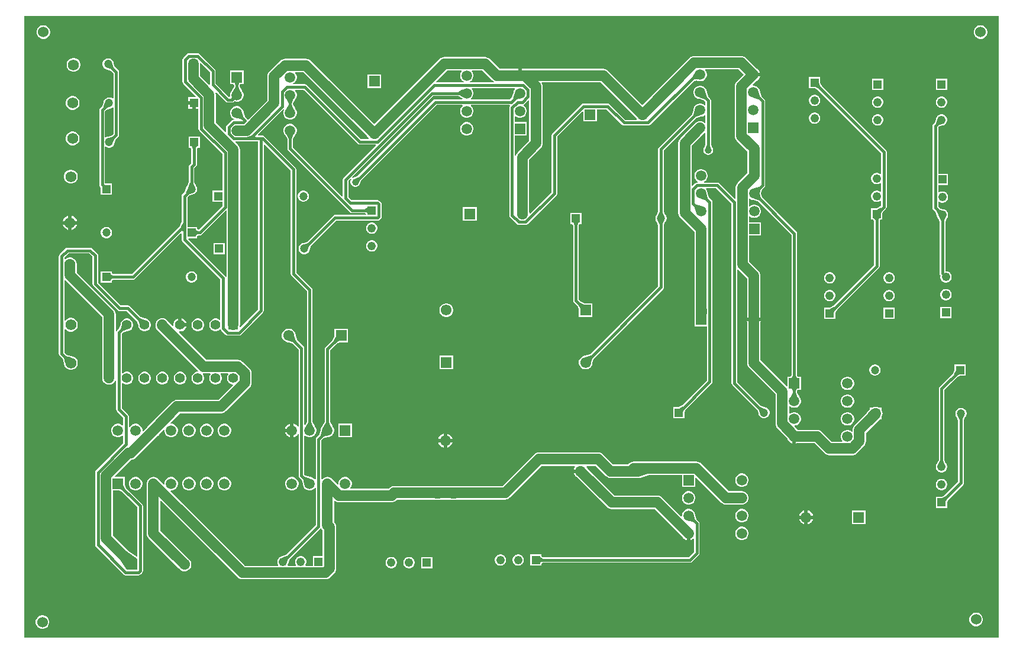
<source format=gtl>
G04*
G04 #@! TF.GenerationSoftware,Altium Limited,Altium Designer,22.7.1 (60)*
G04*
G04 Layer_Physical_Order=1*
G04 Layer_Color=255*
%FSLAX25Y25*%
%MOIN*%
G70*
G04*
G04 #@! TF.SameCoordinates,62B07443-8612-450D-B8CB-4F7C4A51FEE5*
G04*
G04*
G04 #@! TF.FilePolarity,Positive*
G04*
G01*
G75*
%ADD17R,0.06102X0.06102*%
%ADD18C,0.06102*%
%ADD19C,0.06181*%
%ADD20R,0.04724X0.04724*%
%ADD21C,0.04724*%
%ADD22R,0.06102X0.06102*%
%ADD33C,0.05906*%
%ADD34C,0.01500*%
%ADD35C,0.06000*%
%ADD36R,0.05906X0.05906*%
%ADD37C,0.05906*%
%ADD38R,0.04795X0.04795*%
%ADD39C,0.04795*%
%ADD40R,0.04795X0.04795*%
%ADD41R,0.05906X0.05906*%
%ADD42C,0.05512*%
%ADD43R,0.05512X0.05512*%
%ADD44C,0.05000*%
%ADD45C,0.03937*%
G36*
X550197Y1303D02*
X1303D01*
Y351697D01*
X550197D01*
Y1303D01*
D02*
G37*
%LPC*%
G36*
X540500Y346300D02*
X539500D01*
X538533Y346041D01*
X537667Y345541D01*
X536959Y344833D01*
X536459Y343967D01*
X536200Y343000D01*
Y342000D01*
X536459Y341033D01*
X536959Y340167D01*
X537667Y339459D01*
X538533Y338959D01*
X539500Y338700D01*
X540500D01*
X541467Y338959D01*
X542333Y339459D01*
X543041Y340167D01*
X543541Y341033D01*
X543800Y342000D01*
Y343000D01*
X543541Y343967D01*
X543041Y344833D01*
X542333Y345541D01*
X541467Y346041D01*
X540500Y346300D01*
D02*
G37*
G36*
X12500D02*
X11500D01*
X10533Y346041D01*
X9667Y345541D01*
X8959Y344833D01*
X8459Y343967D01*
X8200Y343000D01*
Y342000D01*
X8459Y341033D01*
X8959Y340167D01*
X9667Y339459D01*
X10533Y338959D01*
X11500Y338700D01*
X12500D01*
X13467Y338959D01*
X14333Y339459D01*
X15041Y340167D01*
X15541Y341033D01*
X15800Y342000D01*
Y343000D01*
X15541Y343967D01*
X15041Y344833D01*
X14333Y345541D01*
X13467Y346041D01*
X12500Y346300D01*
D02*
G37*
G36*
X29512Y327890D02*
X28488D01*
X27498Y327625D01*
X26611Y327113D01*
X25887Y326389D01*
X25375Y325502D01*
X25109Y324512D01*
Y323488D01*
X25375Y322498D01*
X25887Y321611D01*
X26611Y320887D01*
X27498Y320375D01*
X28488Y320110D01*
X29512D01*
X30502Y320375D01*
X31389Y320887D01*
X32113Y321611D01*
X32625Y322498D01*
X32891Y323488D01*
Y324512D01*
X32625Y325502D01*
X32113Y326389D01*
X31389Y327113D01*
X30502Y327625D01*
X29512Y327890D01*
D02*
G37*
G36*
X202351Y318615D02*
X194649D01*
Y310913D01*
X202351D01*
Y318615D01*
D02*
G37*
G36*
X521198Y316198D02*
X514802D01*
Y309802D01*
X521198D01*
Y316198D01*
D02*
G37*
G36*
X485198D02*
X478802D01*
Y309802D01*
X485198D01*
Y316198D01*
D02*
G37*
G36*
X48940Y327662D02*
X48107D01*
X47303Y327447D01*
X46582Y327030D01*
X45993Y326442D01*
X45577Y325721D01*
X45361Y324916D01*
Y324084D01*
X45577Y323279D01*
X45993Y322558D01*
X46582Y321970D01*
X47303Y321553D01*
X48107Y321338D01*
X48359D01*
X50095Y320693D01*
X51420Y319369D01*
Y305219D01*
X51258Y305152D01*
X50920Y305057D01*
X50244Y305447D01*
X49440Y305662D01*
X48607D01*
X47803Y305447D01*
X47082Y305030D01*
X46493Y304442D01*
X46077Y303721D01*
X45861Y302916D01*
Y302665D01*
X45217Y300928D01*
X43982Y299694D01*
X43640Y299181D01*
X43520Y298576D01*
Y256424D01*
X43640Y255819D01*
X43982Y255306D01*
X44361Y254927D01*
Y250838D01*
X50686D01*
Y257162D01*
X46680D01*
Y277734D01*
X47180Y277913D01*
X47803Y277553D01*
X48607Y277338D01*
X49440D01*
X50244Y277553D01*
X50965Y277970D01*
X51554Y278558D01*
X51970Y279279D01*
X52186Y280084D01*
Y280335D01*
X52830Y282072D01*
X54118Y283359D01*
X54460Y283872D01*
X54580Y284476D01*
Y320024D01*
X54460Y320628D01*
X54118Y321141D01*
X52330Y322928D01*
X51686Y324665D01*
Y324916D01*
X51470Y325721D01*
X51054Y326442D01*
X50465Y327030D01*
X49744Y327447D01*
X48940Y327662D01*
D02*
G37*
G36*
X446921Y307198D02*
X446079D01*
X445266Y306980D01*
X444537Y306559D01*
X443941Y305963D01*
X443520Y305234D01*
X443302Y304421D01*
Y303579D01*
X443520Y302766D01*
X443941Y302037D01*
X444537Y301441D01*
X445266Y301020D01*
X446079Y300802D01*
X446921D01*
X447734Y301020D01*
X448463Y301441D01*
X449059Y302037D01*
X449480Y302766D01*
X449698Y303579D01*
Y304421D01*
X449480Y305234D01*
X449059Y305963D01*
X448463Y306559D01*
X447734Y306980D01*
X446921Y307198D01*
D02*
G37*
G36*
X518421Y306198D02*
X517579D01*
X516766Y305980D01*
X516037Y305559D01*
X515441Y304963D01*
X515020Y304234D01*
X514802Y303421D01*
Y302579D01*
X515020Y301766D01*
X515441Y301037D01*
X516037Y300441D01*
X516766Y300020D01*
X517579Y299802D01*
X518421D01*
X519234Y300020D01*
X519963Y300441D01*
X520559Y301037D01*
X520980Y301766D01*
X521198Y302579D01*
Y303421D01*
X520980Y304234D01*
X520559Y304963D01*
X519963Y305559D01*
X519234Y305980D01*
X518421Y306198D01*
D02*
G37*
G36*
X482421D02*
X481579D01*
X480766Y305980D01*
X480037Y305559D01*
X479441Y304963D01*
X479020Y304234D01*
X478802Y303421D01*
Y302579D01*
X479020Y301766D01*
X479441Y301037D01*
X480037Y300441D01*
X480766Y300020D01*
X481579Y299802D01*
X482421D01*
X483234Y300020D01*
X483963Y300441D01*
X484559Y301037D01*
X484980Y301766D01*
X485198Y302579D01*
Y303421D01*
X484980Y304234D01*
X484559Y304963D01*
X483963Y305559D01*
X483234Y305980D01*
X482421Y306198D01*
D02*
G37*
G36*
X95976Y301500D02*
X93614D01*
Y299138D01*
X95976D01*
Y301500D01*
D02*
G37*
G36*
X29012Y306391D02*
X27988D01*
X26998Y306125D01*
X26111Y305613D01*
X25387Y304889D01*
X24875Y304002D01*
X24610Y303012D01*
Y301988D01*
X24875Y300998D01*
X25387Y300111D01*
X26111Y299387D01*
X26998Y298875D01*
X27988Y298609D01*
X29012D01*
X30002Y298875D01*
X30889Y299387D01*
X31613Y300111D01*
X32125Y300998D01*
X32391Y301988D01*
Y303012D01*
X32125Y304002D01*
X31613Y304889D01*
X30889Y305613D01*
X30002Y306125D01*
X29012Y306391D01*
D02*
G37*
G36*
X446921Y297198D02*
X446079D01*
X445266Y296980D01*
X444537Y296559D01*
X443941Y295963D01*
X443520Y295234D01*
X443302Y294421D01*
Y293579D01*
X443520Y292766D01*
X443941Y292037D01*
X444537Y291441D01*
X445266Y291020D01*
X446079Y290802D01*
X446921D01*
X447734Y291020D01*
X448463Y291441D01*
X449059Y292037D01*
X449480Y292766D01*
X449698Y293579D01*
Y294421D01*
X449480Y295234D01*
X449059Y295963D01*
X448463Y296559D01*
X447734Y296980D01*
X446921Y297198D01*
D02*
G37*
G36*
X482421Y296198D02*
X481579D01*
X480766Y295980D01*
X480037Y295559D01*
X479441Y294963D01*
X479020Y294234D01*
X478802Y293421D01*
Y292579D01*
X479020Y291766D01*
X479441Y291037D01*
X480037Y290441D01*
X480766Y290020D01*
X481579Y289802D01*
X482421D01*
X483234Y290020D01*
X483963Y290441D01*
X484559Y291037D01*
X484980Y291766D01*
X485198Y292579D01*
Y293421D01*
X484980Y294234D01*
X484559Y294963D01*
X483963Y295559D01*
X483234Y295980D01*
X482421Y296198D01*
D02*
G37*
G36*
X250994Y291753D02*
X250006D01*
X249051Y291497D01*
X248196Y291003D01*
X247497Y290304D01*
X247003Y289448D01*
X246747Y288494D01*
Y287506D01*
X247003Y286551D01*
X247497Y285696D01*
X248196Y284997D01*
X249051Y284503D01*
X250006Y284247D01*
X250994D01*
X251948Y284503D01*
X252804Y284997D01*
X253503Y285696D01*
X253997Y286551D01*
X254253Y287506D01*
Y288494D01*
X253997Y289448D01*
X253503Y290304D01*
X252804Y291003D01*
X251948Y291497D01*
X250994Y291753D01*
D02*
G37*
G36*
X29012Y286390D02*
X27988D01*
X26998Y286125D01*
X26111Y285613D01*
X25387Y284889D01*
X24875Y284002D01*
X24610Y283012D01*
Y281988D01*
X24875Y280998D01*
X25387Y280111D01*
X26111Y279387D01*
X26998Y278875D01*
X27988Y278609D01*
X29012D01*
X30002Y278875D01*
X30889Y279387D01*
X31613Y280111D01*
X32125Y280998D01*
X32391Y281988D01*
Y283012D01*
X32125Y284002D01*
X31613Y284889D01*
X30889Y285613D01*
X30002Y286125D01*
X29012Y286390D01*
D02*
G37*
G36*
X98890Y330583D02*
X94063D01*
X93458Y330463D01*
X92945Y330120D01*
X90856Y328031D01*
X90514Y327519D01*
X90393Y326914D01*
Y314419D01*
X90514Y313814D01*
X90856Y313302D01*
X97834Y306324D01*
X97642Y305862D01*
X93614D01*
Y303500D01*
X96976D01*
Y302500D01*
X97976D01*
Y299138D01*
X99308D01*
Y288008D01*
X99428Y287403D01*
X99771Y286890D01*
X112855Y273806D01*
Y253162D01*
X107361D01*
Y246838D01*
X112855D01*
Y244478D01*
X99476Y231098D01*
X98662Y231502D01*
Y232662D01*
X93080D01*
Y233500D01*
Y249369D01*
X93905Y250193D01*
X95641Y250838D01*
X95893D01*
X96697Y251053D01*
X97418Y251470D01*
X98007Y252058D01*
X98423Y252779D01*
X98639Y253584D01*
Y254416D01*
X98423Y255221D01*
X98007Y255942D01*
X97829Y256119D01*
X97057Y257803D01*
Y265845D01*
X98094Y266882D01*
X98436Y267395D01*
X98557Y268000D01*
Y276487D01*
X98982Y277338D01*
X100139D01*
Y283662D01*
X93814D01*
Y277338D01*
X94971D01*
X95396Y276487D01*
Y268655D01*
X94359Y267618D01*
X94016Y267105D01*
X93896Y266500D01*
Y257803D01*
X93124Y256119D01*
X92946Y255942D01*
X92530Y255221D01*
X92314Y254416D01*
Y254165D01*
X91669Y252428D01*
X90382Y251141D01*
X90040Y250628D01*
X89920Y250024D01*
Y235437D01*
X89012Y233247D01*
X61845Y206080D01*
X51535D01*
X50686Y206502D01*
Y207662D01*
X44361D01*
Y201338D01*
X50686D01*
Y202498D01*
X51535Y202920D01*
X62500D01*
X63105Y203040D01*
X63617Y203382D01*
X89420Y229185D01*
X89920Y228977D01*
Y225700D01*
X90040Y225095D01*
X90382Y224583D01*
X111725Y203239D01*
Y180456D01*
X111264Y180265D01*
X111183Y180345D01*
X110372Y180814D01*
X109468Y181056D01*
X108532D01*
X107627Y180814D01*
X106817Y180345D01*
X106155Y179683D01*
X105686Y178873D01*
X105444Y177968D01*
Y177032D01*
X105686Y176128D01*
X106155Y175317D01*
X106817Y174655D01*
X107627Y174186D01*
X108532Y173944D01*
X109468D01*
X110372Y174186D01*
X111183Y174655D01*
X111381Y174853D01*
X111956Y174720D01*
X112188Y174373D01*
X114681Y171880D01*
X115194Y171537D01*
X115799Y171417D01*
X122201D01*
X122806Y171537D01*
X123319Y171880D01*
X135723Y184284D01*
X136066Y184797D01*
X136186Y185402D01*
Y278926D01*
X136648Y279117D01*
X151320Y264445D01*
Y206200D01*
X151440Y205595D01*
X151783Y205083D01*
X160420Y196445D01*
Y122800D01*
X159480Y121003D01*
X158980Y121126D01*
Y164336D01*
X158860Y164941D01*
X158518Y165454D01*
X154864Y169108D01*
X154087Y171642D01*
Y172007D01*
X153825Y172986D01*
X153318Y173865D01*
X152601Y174582D01*
X151723Y175089D01*
X150743Y175351D01*
X149729D01*
X148750Y175089D01*
X147871Y174582D01*
X147154Y173865D01*
X146648Y172986D01*
X146385Y172007D01*
Y170993D01*
X146648Y170013D01*
X147154Y169135D01*
X147871Y168418D01*
X148750Y167911D01*
X149729Y167649D01*
X150094D01*
X152629Y166873D01*
X155820Y163682D01*
Y120290D01*
X155320Y120156D01*
X155163Y120427D01*
X154427Y121163D01*
X153526Y121683D01*
X153000Y121824D01*
Y118000D01*
Y114176D01*
X153526Y114317D01*
X154427Y114837D01*
X155163Y115573D01*
X155320Y115844D01*
X155820Y115710D01*
Y92600D01*
X155940Y91995D01*
X156282Y91483D01*
X157489Y90276D01*
X158247Y87855D01*
Y87506D01*
X158503Y86551D01*
X158997Y85696D01*
X159696Y84997D01*
X160552Y84503D01*
X161506Y84247D01*
X162494D01*
X163449Y84503D01*
X164304Y84997D01*
X164920Y85612D01*
X165420Y85495D01*
Y64655D01*
X148615Y47850D01*
X146837Y47198D01*
X146579D01*
X145766Y46980D01*
X145037Y46559D01*
X144441Y45963D01*
X144020Y45234D01*
X143802Y44421D01*
Y43579D01*
X144020Y42766D01*
X144385Y42135D01*
X144206Y41635D01*
X125718D01*
X83606Y83747D01*
X83813Y84247D01*
X84494D01*
X85448Y84503D01*
X86304Y84997D01*
X87003Y85696D01*
X87497Y86551D01*
X87753Y87506D01*
Y88494D01*
X87497Y89448D01*
X87003Y90304D01*
X86304Y91003D01*
X85448Y91497D01*
X84494Y91753D01*
X83506D01*
X82551Y91497D01*
X81696Y91003D01*
X80997Y90304D01*
X80503Y89448D01*
X80247Y88494D01*
Y87813D01*
X79747Y87606D01*
X76676Y90676D01*
X76480Y90828D01*
X76304Y91003D01*
X76089Y91127D01*
X75893Y91278D01*
X75663Y91373D01*
X75449Y91497D01*
X75209Y91561D01*
X74980Y91656D01*
X74734Y91689D01*
X74494Y91753D01*
X74246D01*
X74000Y91785D01*
X73754Y91753D01*
X73506D01*
X73266Y91689D01*
X73020Y91656D01*
X72791Y91561D01*
X72552Y91497D01*
X72337Y91373D01*
X72107Y91278D01*
X71911Y91127D01*
X71696Y91003D01*
X71520Y90828D01*
X71324Y90676D01*
X71172Y90480D01*
X70997Y90304D01*
X70873Y90089D01*
X70722Y89893D01*
X70627Y89663D01*
X70503Y89448D01*
X70439Y89209D01*
X70344Y88980D01*
X70311Y88734D01*
X70247Y88494D01*
Y88246D01*
X70215Y88000D01*
Y60000D01*
X70344Y59020D01*
X70722Y58107D01*
X71324Y57323D01*
X88291Y40356D01*
X88418Y40135D01*
X89135Y39418D01*
X90013Y38911D01*
X90993Y38649D01*
X92007D01*
X92987Y38911D01*
X93865Y39418D01*
X94582Y40135D01*
X95089Y41014D01*
X95351Y41993D01*
Y43007D01*
X95089Y43986D01*
X94582Y44865D01*
X93865Y45582D01*
X93644Y45709D01*
X77785Y61568D01*
Y78209D01*
X78247Y78400D01*
X121474Y35173D01*
X122258Y34572D01*
X123171Y34193D01*
X124150Y34064D01*
X170952D01*
X171932Y34194D01*
X172845Y34572D01*
X173629Y35173D01*
X175827Y37371D01*
X176428Y38155D01*
X176807Y39068D01*
X176936Y40048D01*
Y63449D01*
X176807Y64428D01*
X176428Y65341D01*
X175827Y66125D01*
X175785Y66167D01*
Y78175D01*
X176285Y78421D01*
X176813Y78017D01*
X177726Y77638D01*
X178706Y77509D01*
X208091D01*
X209071Y77638D01*
X209449Y77795D01*
X209984Y78017D01*
X210768Y78618D01*
X211101Y78951D01*
X230691D01*
X234649Y78893D01*
Y78885D01*
X235204D01*
X235449Y78881D01*
X235455Y78882D01*
X235461Y78881D01*
X235479Y78885D01*
X241521D01*
X241539Y78881D01*
X241545Y78882D01*
X241551Y78881D01*
X241796Y78885D01*
X242351D01*
Y78893D01*
X246309Y78951D01*
X272085D01*
X273065Y79080D01*
X273443Y79237D01*
X273978Y79458D01*
X274762Y80060D01*
X292721Y98019D01*
X311372D01*
X311564Y97557D01*
X311494Y97487D01*
X310961Y96564D01*
X310810Y96000D01*
X314736D01*
Y94000D01*
X310810D01*
X310961Y93436D01*
X311494Y92513D01*
X312249Y91758D01*
X313139Y91244D01*
X329578Y74805D01*
X330363Y74203D01*
X331275Y73825D01*
X332255Y73696D01*
X356451D01*
X372013Y58134D01*
X372337Y57573D01*
X373073Y56837D01*
X373974Y56317D01*
X374500Y56176D01*
Y60000D01*
X376500D01*
Y56176D01*
X377026Y56317D01*
X377927Y56837D01*
X378058Y56968D01*
X378520Y56776D01*
Y49555D01*
X375545Y46580D01*
X293547D01*
X292698Y47002D01*
Y48198D01*
X286302D01*
Y41802D01*
X292698D01*
Y42998D01*
X293547Y43420D01*
X376200D01*
X376805Y43540D01*
X377318Y43883D01*
X381218Y47782D01*
X381560Y48295D01*
X381680Y48900D01*
Y65400D01*
X381560Y66005D01*
X381218Y66518D01*
X380012Y67724D01*
X379253Y70145D01*
Y70494D01*
X378997Y71448D01*
X378503Y72304D01*
X377804Y73003D01*
X376948Y73497D01*
X375994Y73753D01*
X375006D01*
X374051Y73497D01*
X373196Y73003D01*
X372497Y72304D01*
X372003Y71448D01*
X371747Y70494D01*
Y69813D01*
X371247Y69606D01*
X360695Y80158D01*
X359911Y80759D01*
X358998Y81137D01*
X358019Y81266D01*
X333823D01*
X318492Y96597D01*
X317978Y97487D01*
X317909Y97557D01*
X318100Y98019D01*
X323072D01*
X328767Y92323D01*
X329551Y91722D01*
X330464Y91344D01*
X331444Y91215D01*
X336455D01*
X340413Y91157D01*
Y91149D01*
X340968D01*
X341213Y91145D01*
X341219Y91146D01*
X341225Y91145D01*
X341243Y91149D01*
X347285D01*
X347303Y91145D01*
X347321Y91149D01*
X348115D01*
Y91355D01*
X353274Y92920D01*
X371747D01*
Y86247D01*
X379253D01*
Y91454D01*
X379715Y91645D01*
X394036Y77324D01*
X394820Y76722D01*
X395733Y76344D01*
X396713Y76215D01*
X405500D01*
X405746Y76247D01*
X405994D01*
X406234Y76311D01*
X406480Y76344D01*
X406709Y76439D01*
X406949Y76503D01*
X407163Y76627D01*
X407393Y76722D01*
X407589Y76873D01*
X407804Y76997D01*
X407980Y77172D01*
X408177Y77324D01*
X408327Y77520D01*
X408503Y77696D01*
X408627Y77911D01*
X408778Y78107D01*
X408873Y78337D01*
X408997Y78552D01*
X409061Y78791D01*
X409156Y79020D01*
X409189Y79266D01*
X409253Y79506D01*
Y79754D01*
X409285Y80000D01*
X409253Y80246D01*
Y80494D01*
X409189Y80734D01*
X409156Y80980D01*
X409061Y81209D01*
X408997Y81449D01*
X408873Y81663D01*
X408778Y81893D01*
X408627Y82089D01*
X408503Y82304D01*
X408327Y82480D01*
X408177Y82677D01*
X407980Y82828D01*
X407804Y83003D01*
X407589Y83127D01*
X407393Y83278D01*
X407163Y83373D01*
X406949Y83497D01*
X406709Y83561D01*
X406480Y83656D01*
X406234Y83688D01*
X405994Y83753D01*
X405746D01*
X405500Y83785D01*
X398281D01*
X382684Y99382D01*
X381900Y99984D01*
X380987Y100362D01*
X380007Y100491D01*
X344706D01*
X343726Y100362D01*
X342813Y99984D01*
X342029Y99382D01*
X341498Y98851D01*
X341243D01*
X341225Y98855D01*
X341219Y98854D01*
X341213Y98855D01*
X340968Y98851D01*
X340413D01*
Y98843D01*
X336455Y98785D01*
X333012D01*
X327316Y104480D01*
X326532Y105082D01*
X325619Y105460D01*
X324640Y105589D01*
X291153D01*
X290173Y105460D01*
X289260Y105082D01*
X288476Y104480D01*
X270517Y86521D01*
X246309D01*
X242351Y86579D01*
Y86587D01*
X241796D01*
X241551Y86591D01*
X241545Y86590D01*
X241539Y86591D01*
X241521Y86587D01*
X235479D01*
X235461Y86591D01*
X235455Y86590D01*
X235449Y86591D01*
X235204Y86587D01*
X234649D01*
Y86579D01*
X230691Y86521D01*
X209533D01*
X208553Y86392D01*
X207640Y86014D01*
X206856Y85413D01*
X206523Y85080D01*
X185040D01*
X184849Y85542D01*
X185003Y85696D01*
X185497Y86551D01*
X185753Y87506D01*
Y88494D01*
X185497Y89448D01*
X185003Y90304D01*
X184304Y91003D01*
X183449Y91497D01*
X182494Y91753D01*
X181506D01*
X180552Y91497D01*
X179696Y91003D01*
X178997Y90304D01*
X178503Y89448D01*
X178247Y88494D01*
Y87813D01*
X177747Y87606D01*
X174677Y90676D01*
X174480Y90828D01*
X174304Y91003D01*
X174089Y91127D01*
X173893Y91278D01*
X173663Y91373D01*
X173449Y91497D01*
X173209Y91561D01*
X172980Y91656D01*
X172734Y91689D01*
X172494Y91753D01*
X172246D01*
X172000Y91785D01*
X171754Y91753D01*
X171506D01*
X171266Y91689D01*
X171020Y91656D01*
X170791Y91561D01*
X170552Y91497D01*
X170337Y91373D01*
X170107Y91278D01*
X169911Y91127D01*
X169696Y91003D01*
X169520Y90828D01*
X169324Y90676D01*
X169173Y90480D01*
X169080Y90388D01*
X168736Y90469D01*
X168580Y90567D01*
Y112345D01*
X169723Y113488D01*
X172145Y114247D01*
X172494D01*
X173449Y114503D01*
X174304Y114997D01*
X175003Y115696D01*
X175497Y116551D01*
X175753Y117506D01*
Y118494D01*
X175497Y119448D01*
X175003Y120304D01*
X174756Y120551D01*
X173580Y122800D01*
Y163082D01*
X177249Y166751D01*
X179046Y167649D01*
X183615D01*
Y175351D01*
X175913D01*
Y170782D01*
X175014Y168986D01*
X170882Y164854D01*
X170540Y164341D01*
X170420Y163736D01*
Y122800D01*
X169244Y120551D01*
X168997Y120304D01*
X168503Y119448D01*
X168247Y118494D01*
Y118145D01*
X167489Y115724D01*
X165883Y114118D01*
X165540Y113605D01*
X165420Y113000D01*
Y90505D01*
X164920Y90388D01*
X164304Y91003D01*
X163449Y91497D01*
X162494Y91753D01*
X162145D01*
X159723Y92511D01*
X158980Y93255D01*
Y115005D01*
X159480Y115212D01*
X159696Y114997D01*
X160552Y114503D01*
X161506Y114247D01*
X162494D01*
X163449Y114503D01*
X164304Y114997D01*
X165003Y115696D01*
X165497Y116551D01*
X165753Y117506D01*
Y118494D01*
X165497Y119448D01*
X165003Y120304D01*
X164756Y120551D01*
X163580Y122800D01*
Y197100D01*
X163460Y197705D01*
X163118Y198217D01*
X154480Y206855D01*
Y265100D01*
X154360Y265705D01*
X154017Y266217D01*
X136620Y283615D01*
X136108Y283957D01*
X135503Y284078D01*
X132955D01*
X132748Y284578D01*
X147344Y299173D01*
X147744Y298867D01*
X147503Y298448D01*
X147247Y297494D01*
Y296506D01*
X147503Y295551D01*
X147997Y294696D01*
X148696Y293997D01*
X149551Y293503D01*
X150506Y293247D01*
X151494D01*
X152448Y293503D01*
X153304Y293997D01*
X154003Y294696D01*
X154497Y295551D01*
X154753Y296506D01*
Y297494D01*
X154497Y298448D01*
X154003Y299304D01*
X153756Y299551D01*
X152580Y301800D01*
Y302200D01*
X153756Y304449D01*
X154003Y304696D01*
X154497Y305552D01*
X154753Y306506D01*
Y307494D01*
X154497Y308449D01*
X154003Y309304D01*
X153847Y309460D01*
X154038Y309922D01*
X158682D01*
X189087Y279518D01*
X189600Y279175D01*
X190204Y279055D01*
X199190D01*
X199381Y278593D01*
X181183Y260394D01*
X180840Y259881D01*
X180720Y259277D01*
Y250069D01*
X180258Y249877D01*
X152580Y277555D01*
Y282200D01*
X153756Y284449D01*
X154003Y284696D01*
X154497Y285552D01*
X154753Y286506D01*
Y287494D01*
X154497Y288449D01*
X154003Y289304D01*
X153304Y290003D01*
X152448Y290497D01*
X151494Y290753D01*
X150506D01*
X149551Y290497D01*
X148696Y290003D01*
X147997Y289304D01*
X147503Y288449D01*
X147247Y287494D01*
Y286506D01*
X147503Y285552D01*
X147997Y284696D01*
X148244Y284449D01*
X149420Y282200D01*
Y276900D01*
X149540Y276295D01*
X149882Y275782D01*
X184783Y240882D01*
X185295Y240540D01*
X185900Y240420D01*
X192953D01*
X193802Y239998D01*
Y239380D01*
X176253D01*
X175648Y239260D01*
X175135Y238917D01*
X160525Y224307D01*
X158788Y223662D01*
X158537D01*
X157732Y223447D01*
X157011Y223030D01*
X156422Y222442D01*
X156006Y221721D01*
X155791Y220916D01*
Y220084D01*
X156006Y219279D01*
X156422Y218558D01*
X157011Y217970D01*
X157732Y217553D01*
X158537Y217338D01*
X159369D01*
X160173Y217553D01*
X160894Y217970D01*
X161483Y218558D01*
X161899Y219279D01*
X162115Y220084D01*
Y220335D01*
X162760Y222072D01*
X176907Y236220D01*
X200200D01*
X200805Y236340D01*
X201318Y236683D01*
X202117Y237483D01*
X202460Y237995D01*
X202580Y238600D01*
Y245400D01*
X202460Y246005D01*
X202117Y246517D01*
X201318Y247318D01*
X200805Y247660D01*
X200200Y247780D01*
X185676D01*
X183880Y249576D01*
Y258622D01*
X185074Y259816D01*
X185474Y259508D01*
X185220Y259069D01*
X185031Y258365D01*
Y257635D01*
X185220Y256931D01*
X185585Y256300D01*
X186100Y255785D01*
X186731Y255420D01*
X187435Y255231D01*
X188164D01*
X188869Y255420D01*
X189500Y255785D01*
X190015Y256300D01*
X190380Y256931D01*
X190568Y257635D01*
Y257814D01*
X191123Y259088D01*
X233455Y301420D01*
X247995D01*
X248112Y300920D01*
X247497Y300304D01*
X247003Y299448D01*
X246747Y298494D01*
Y297506D01*
X247003Y296551D01*
X247497Y295696D01*
X248196Y294997D01*
X249051Y294503D01*
X250006Y294247D01*
X250994D01*
X251948Y294503D01*
X252804Y294997D01*
X253503Y295696D01*
X253997Y296551D01*
X254253Y297506D01*
Y298494D01*
X253997Y299448D01*
X253503Y300304D01*
X252888Y300920D01*
X253005Y301420D01*
X274699D01*
X274709Y301394D01*
X274838Y300920D01*
X274537Y300470D01*
X274417Y299865D01*
Y239260D01*
X274537Y238655D01*
X274880Y238142D01*
X278740Y234281D01*
X279253Y233939D01*
X279858Y233818D01*
X283670D01*
X284274Y233939D01*
X284787Y234281D01*
X301092Y250586D01*
X301434Y251099D01*
X301555Y251704D01*
Y283642D01*
X315659Y297746D01*
X316121Y297555D01*
Y292149D01*
X323824D01*
Y299021D01*
X329232D01*
X337971Y290281D01*
X338484Y289939D01*
X339089Y289818D01*
X352696D01*
X353301Y289939D01*
X353814Y290281D01*
X378558Y315025D01*
X380255Y315174D01*
X380552Y315003D01*
X381506Y314747D01*
X382494D01*
X383449Y315003D01*
X384304Y315497D01*
X385003Y316196D01*
X385497Y317052D01*
X385753Y318006D01*
Y318994D01*
X385497Y319949D01*
X385003Y320804D01*
X384849Y320958D01*
X385040Y321420D01*
X403727D01*
X406647Y318500D01*
X402618Y314471D01*
X402016Y313687D01*
X401638Y312774D01*
X401509Y311794D01*
Y283993D01*
X401638Y283013D01*
X402016Y282100D01*
X402618Y281316D01*
X408715Y275219D01*
Y263068D01*
X403118Y257471D01*
X402517Y256687D01*
X402138Y255774D01*
X402009Y254795D01*
Y248679D01*
X401547Y248488D01*
X392817Y257218D01*
X392305Y257560D01*
X391700Y257680D01*
X384390D01*
X384256Y258180D01*
X384804Y258497D01*
X385503Y259196D01*
X385997Y260051D01*
X386253Y261006D01*
Y261994D01*
X385997Y262948D01*
X385503Y263804D01*
X384804Y264503D01*
X383948Y264997D01*
X382994Y265253D01*
X382006D01*
X381051Y264997D01*
X380196Y264503D01*
X379497Y263804D01*
X379003Y262948D01*
X378747Y261994D01*
Y261006D01*
X379003Y260051D01*
X379497Y259196D01*
X380196Y258497D01*
X380744Y258180D01*
X380610Y257680D01*
X380300D01*
X379695Y257560D01*
X379183Y257218D01*
X377742Y255777D01*
X377280Y255968D01*
Y278427D01*
X384520Y285667D01*
X385020Y285459D01*
Y279118D01*
X384511Y277826D01*
X384385Y277700D01*
X384020Y277069D01*
X383832Y276364D01*
Y275636D01*
X384020Y274931D01*
X384385Y274300D01*
X384900Y273785D01*
X385531Y273420D01*
X386235Y273232D01*
X386965D01*
X387669Y273420D01*
X388300Y273785D01*
X388815Y274300D01*
X389180Y274931D01*
X389369Y275636D01*
Y276364D01*
X389180Y277069D01*
X388815Y277700D01*
X388689Y277826D01*
X388180Y279118D01*
Y303900D01*
X388060Y304505D01*
X387718Y305017D01*
X386511Y306224D01*
X385753Y308645D01*
Y308994D01*
X385497Y309948D01*
X385003Y310804D01*
X384304Y311503D01*
X383449Y311997D01*
X382494Y312253D01*
X381506D01*
X380552Y311997D01*
X379696Y311503D01*
X378997Y310804D01*
X378503Y309948D01*
X378247Y308994D01*
Y308006D01*
X378503Y307051D01*
X378997Y306196D01*
X379696Y305497D01*
X380552Y305003D01*
X381506Y304747D01*
X381855D01*
X384277Y303989D01*
X385020Y303245D01*
Y301495D01*
X384520Y301288D01*
X384304Y301503D01*
X383449Y301997D01*
X382494Y302253D01*
X381506D01*
X380552Y301997D01*
X379696Y301503D01*
X378997Y300804D01*
X378503Y299949D01*
X378247Y298994D01*
Y298645D01*
X377488Y296223D01*
X358859Y277594D01*
X358516Y277081D01*
X358396Y276476D01*
Y241303D01*
X357624Y239619D01*
X357446Y239442D01*
X357030Y238721D01*
X356814Y237916D01*
Y237084D01*
X357030Y236279D01*
X357446Y235558D01*
X357624Y235381D01*
X358396Y233697D01*
Y199367D01*
X319892Y160864D01*
X317358Y160087D01*
X316993D01*
X316014Y159825D01*
X315135Y159318D01*
X314418Y158601D01*
X313911Y157723D01*
X313649Y156743D01*
Y155729D01*
X313911Y154750D01*
X314418Y153872D01*
X315135Y153155D01*
X316014Y152647D01*
X316993Y152385D01*
X318007D01*
X318987Y152647D01*
X319865Y153155D01*
X320582Y153872D01*
X321089Y154750D01*
X321351Y155729D01*
Y156094D01*
X322127Y158629D01*
X361094Y197595D01*
X361437Y198108D01*
X361557Y198713D01*
Y233697D01*
X362329Y235381D01*
X362507Y235558D01*
X362923Y236279D01*
X363139Y237084D01*
Y237916D01*
X362923Y238721D01*
X362507Y239442D01*
X362329Y239619D01*
X361557Y241303D01*
Y275822D01*
X379724Y293988D01*
X382145Y294747D01*
X382494D01*
X383449Y295003D01*
X384304Y295497D01*
X384520Y295712D01*
X385020Y295505D01*
Y291512D01*
X385009Y291502D01*
X384520Y291297D01*
X384480Y291328D01*
X384304Y291503D01*
X384089Y291627D01*
X383893Y291778D01*
X383663Y291873D01*
X383449Y291997D01*
X383209Y292061D01*
X382980Y292156D01*
X382734Y292189D01*
X382494Y292253D01*
X382246D01*
X382000Y292285D01*
X381754Y292253D01*
X381506D01*
X381266Y292189D01*
X381020Y292156D01*
X380791Y292061D01*
X380552Y291997D01*
X380337Y291873D01*
X380107Y291778D01*
X379911Y291627D01*
X379696Y291503D01*
X379520Y291328D01*
X379324Y291177D01*
X370818Y282671D01*
X370216Y281887D01*
X369838Y280974D01*
X369709Y279994D01*
Y240506D01*
X369838Y239526D01*
X370216Y238613D01*
X370818Y237829D01*
X378951Y229696D01*
Y188309D01*
X378893Y184351D01*
X378885D01*
Y183796D01*
X378881Y183551D01*
X378883Y183545D01*
X378881Y183539D01*
X378885Y183521D01*
Y176649D01*
X385820D01*
Y146055D01*
X371824Y132059D01*
X370051Y131162D01*
X366838D01*
Y124838D01*
X373162D01*
Y128051D01*
X374059Y129824D01*
X388517Y144282D01*
X388860Y144795D01*
X388980Y145400D01*
Y246600D01*
X388860Y247205D01*
X388517Y247717D01*
X387012Y249223D01*
X386253Y251645D01*
Y251994D01*
X385997Y252948D01*
X385503Y253804D01*
X385288Y254020D01*
X385495Y254520D01*
X391045D01*
X399711Y245854D01*
Y144661D01*
X399832Y144056D01*
X400174Y143544D01*
X414146Y129572D01*
X414791Y127835D01*
Y127584D01*
X415006Y126779D01*
X415422Y126058D01*
X416011Y125470D01*
X416732Y125053D01*
X417536Y124838D01*
X418369D01*
X419173Y125053D01*
X419894Y125470D01*
X420483Y126058D01*
X420899Y126779D01*
X421115Y127584D01*
Y128416D01*
X420899Y129221D01*
X420483Y129942D01*
X419894Y130530D01*
X419173Y130947D01*
X418369Y131162D01*
X418118D01*
X416381Y131807D01*
X402872Y145316D01*
Y208377D01*
X403372Y208584D01*
X408479Y203478D01*
Y182026D01*
X408338Y181500D01*
X416190D01*
X416049Y182026D01*
Y205046D01*
X415920Y206025D01*
X415542Y206938D01*
X414940Y207722D01*
X409580Y213083D01*
Y227747D01*
X416253D01*
Y235253D01*
X409580D01*
Y238460D01*
X410042Y238651D01*
X410196Y238497D01*
X411052Y238003D01*
X412006Y237747D01*
X412994D01*
X413948Y238003D01*
X414804Y238497D01*
X415503Y239196D01*
X415997Y240052D01*
X416253Y241006D01*
Y241994D01*
X415997Y242949D01*
X415503Y243804D01*
X414804Y244503D01*
X413948Y244997D01*
X412994Y245253D01*
X412006D01*
X411052Y244997D01*
X410196Y244503D01*
X410042Y244349D01*
X409580Y244540D01*
Y248460D01*
X410042Y248651D01*
X410196Y248497D01*
X411052Y248003D01*
X412006Y247747D01*
X412355D01*
X414777Y246989D01*
X433420Y228345D01*
Y149102D01*
X432998Y148253D01*
X431247D01*
Y143100D01*
X430747Y142893D01*
X416049Y157591D01*
Y178974D01*
X416190Y179500D01*
X408338D01*
X408479Y178974D01*
Y156024D01*
X408608Y155044D01*
X408986Y154131D01*
X409587Y153347D01*
X424509Y138425D01*
Y121722D01*
X424638Y120743D01*
X424795Y120365D01*
X425016Y119830D01*
X425618Y119046D01*
X431180Y113484D01*
X431317Y112974D01*
X431837Y112073D01*
X432573Y111337D01*
X433474Y110817D01*
X434000Y110676D01*
Y114500D01*
X436000D01*
Y110676D01*
X436146Y110715D01*
X446468D01*
X452065Y105118D01*
X452849Y104516D01*
X453762Y104138D01*
X454741Y104009D01*
X467777D01*
X468757Y104138D01*
X469135Y104295D01*
X469670Y104516D01*
X470454Y105118D01*
X474382Y109046D01*
X474984Y109830D01*
X475362Y110743D01*
X475491Y111723D01*
Y116614D01*
X479445Y120568D01*
X483463Y124138D01*
X484386D01*
Y125811D01*
X484680Y126520D01*
X484809Y127500D01*
X484680Y128480D01*
X484386Y129189D01*
Y130862D01*
X482713D01*
X482003Y131156D01*
X481024Y131285D01*
X480044Y131156D01*
X479334Y130862D01*
X477661D01*
Y129939D01*
X474092Y125921D01*
X469029Y120858D01*
X468428Y120074D01*
X468206Y119540D01*
X468049Y119162D01*
X467920Y118182D01*
Y117540D01*
X467458Y117349D01*
X467304Y117503D01*
X466448Y117997D01*
X465494Y118253D01*
X464506D01*
X463552Y117997D01*
X462696Y117503D01*
X461997Y116804D01*
X461503Y115948D01*
X461247Y114994D01*
Y114006D01*
X461503Y113051D01*
X461997Y112196D01*
X462151Y112042D01*
X461960Y111580D01*
X456309D01*
X450712Y117176D01*
X449929Y117778D01*
X449016Y118156D01*
X448036Y118285D01*
X437085D01*
X435085Y120285D01*
X435276Y120747D01*
X435494D01*
X436448Y121003D01*
X437304Y121497D01*
X438003Y122196D01*
X438497Y123052D01*
X438753Y124006D01*
Y124994D01*
X438497Y125949D01*
X438003Y126804D01*
X437304Y127503D01*
X436448Y127997D01*
X435494Y128253D01*
X434506D01*
X433552Y127997D01*
X432696Y127503D01*
X432542Y127349D01*
X432080Y127540D01*
Y131460D01*
X432542Y131651D01*
X432696Y131497D01*
X433552Y131003D01*
X434506Y130747D01*
X435494D01*
X436448Y131003D01*
X437304Y131497D01*
X438003Y132196D01*
X438497Y133052D01*
X438753Y134006D01*
Y134994D01*
X438497Y135949D01*
X438003Y136804D01*
X437756Y137051D01*
X436580Y139300D01*
Y139896D01*
X437006Y140747D01*
X438753D01*
Y148253D01*
X437002D01*
X436580Y149102D01*
Y229000D01*
X436460Y229605D01*
X436118Y230118D01*
X417011Y249223D01*
X416298Y251500D01*
X417011Y253777D01*
X418218Y254982D01*
X418560Y255495D01*
X418680Y256100D01*
Y303400D01*
X418560Y304005D01*
X418218Y304518D01*
X416511Y306224D01*
X415753Y308645D01*
Y308994D01*
X415497Y309948D01*
X415003Y310804D01*
X414304Y311503D01*
X413448Y311997D01*
X412494Y312253D01*
X411813D01*
X411606Y312753D01*
X413866Y315013D01*
X414427Y315337D01*
X415163Y316073D01*
X415683Y316974D01*
X415824Y317500D01*
X412000D01*
Y319500D01*
X415824D01*
X415683Y320026D01*
X415163Y320927D01*
X414427Y321663D01*
X413866Y321987D01*
X407971Y327882D01*
X407187Y328484D01*
X406652Y328705D01*
X406274Y328862D01*
X405295Y328991D01*
X378706D01*
X377726Y328862D01*
X377348Y328705D01*
X376813Y328484D01*
X376029Y327882D01*
X349500Y301353D01*
X330176Y320676D01*
X329393Y321278D01*
X328480Y321656D01*
X327500Y321785D01*
X281646D01*
X281500Y321824D01*
Y318000D01*
X279500D01*
Y321824D01*
X279354Y321785D01*
X269032D01*
X263435Y327382D01*
X262651Y327983D01*
X261738Y328362D01*
X260758Y328491D01*
X237969D01*
X236990Y328362D01*
X236077Y327983D01*
X235293Y327382D01*
X198500Y290589D01*
X162707Y326382D01*
X161923Y326983D01*
X161389Y327205D01*
X161010Y327362D01*
X160031Y327491D01*
X148222D01*
X147243Y327362D01*
X146330Y326983D01*
X145546Y326382D01*
X139318Y320154D01*
X138716Y319370D01*
X138338Y318457D01*
X138209Y317477D01*
Y303994D01*
X127479Y293265D01*
X126841Y293333D01*
X126717Y293517D01*
X125512Y294724D01*
X124753Y297145D01*
Y297494D01*
X124497Y298448D01*
X124003Y299304D01*
X123304Y300003D01*
X122449Y300497D01*
X121494Y300753D01*
X120506D01*
X119552Y300497D01*
X118696Y300003D01*
X117997Y299304D01*
X117503Y298448D01*
X117247Y297494D01*
Y296506D01*
X117503Y295551D01*
X117997Y294696D01*
X118696Y293997D01*
X119413Y293583D01*
X119279Y293083D01*
X119135D01*
X118530Y292963D01*
X118017Y292620D01*
X115380Y289983D01*
X115037Y289470D01*
X114917Y288865D01*
Y286354D01*
X114455Y286162D01*
X109177Y291441D01*
Y307369D01*
X109054Y308301D01*
X109092Y308341D01*
X109629Y308433D01*
X114880Y303183D01*
X115392Y302840D01*
X115997Y302720D01*
X118300D01*
X118905Y302840D01*
X119249Y303070D01*
X119251Y303071D01*
X119841Y303426D01*
X120506Y303247D01*
X121494D01*
X122449Y303503D01*
X123304Y303997D01*
X124003Y304696D01*
X124497Y305552D01*
X124753Y306506D01*
Y307494D01*
X124497Y308449D01*
X124003Y309304D01*
X123756Y309551D01*
X122580Y311800D01*
Y312396D01*
X123006Y313247D01*
X124753D01*
Y320753D01*
X117247D01*
Y313247D01*
X118994D01*
X119420Y312396D01*
Y311800D01*
X118244Y309551D01*
X117997Y309304D01*
X117503Y308449D01*
X117247Y307494D01*
Y306506D01*
X117266Y306437D01*
X116941Y305998D01*
X116552Y305980D01*
X109024Y313508D01*
Y320449D01*
X108904Y321054D01*
X108561Y321567D01*
X100008Y330120D01*
X99495Y330463D01*
X98890Y330583D01*
D02*
G37*
G36*
X449698Y317198D02*
X443302D01*
Y310802D01*
X446564D01*
X448361Y309904D01*
X483920Y274345D01*
Y262748D01*
X483738Y262673D01*
X483420Y262584D01*
X482734Y262980D01*
X481921Y263198D01*
X481079D01*
X480266Y262980D01*
X479537Y262559D01*
X478941Y261963D01*
X478520Y261234D01*
X478302Y260421D01*
Y259579D01*
X478520Y258766D01*
X478941Y258037D01*
X479537Y257441D01*
X480266Y257020D01*
X481079Y256802D01*
X481921D01*
X482734Y257020D01*
X483420Y257416D01*
X483738Y257327D01*
X483920Y257252D01*
Y252748D01*
X483738Y252673D01*
X483420Y252584D01*
X482734Y252980D01*
X481921Y253198D01*
X481079D01*
X480266Y252980D01*
X479537Y252559D01*
X478941Y251963D01*
X478520Y251234D01*
X478302Y250421D01*
Y249579D01*
X478520Y248766D01*
X478941Y248037D01*
X479537Y247441D01*
X480266Y247020D01*
X481079Y246802D01*
X481921D01*
X482734Y247020D01*
X483420Y247416D01*
X483738Y247327D01*
X483920Y247252D01*
Y244655D01*
X483359Y244094D01*
X481586Y243198D01*
X478302D01*
Y236802D01*
X479494D01*
X479920Y235951D01*
Y211155D01*
X456859Y188094D01*
X455086Y187198D01*
X451802D01*
Y180802D01*
X458198D01*
Y184086D01*
X459094Y185859D01*
X482618Y209383D01*
X482960Y209895D01*
X483080Y210500D01*
Y235951D01*
X483506Y236802D01*
X484698D01*
Y240086D01*
X485594Y241859D01*
X486618Y242882D01*
X486960Y243395D01*
X487080Y244000D01*
Y275000D01*
X486960Y275605D01*
X486618Y276117D01*
X450596Y312139D01*
X449698Y313936D01*
Y317198D01*
D02*
G37*
G36*
X28012Y264891D02*
X26988D01*
X25998Y264625D01*
X25111Y264113D01*
X24387Y263389D01*
X23875Y262502D01*
X23609Y261512D01*
Y260488D01*
X23875Y259498D01*
X24387Y258611D01*
X25111Y257887D01*
X25998Y257375D01*
X26988Y257109D01*
X28012D01*
X29002Y257375D01*
X29889Y257887D01*
X30613Y258611D01*
X31125Y259498D01*
X31391Y260488D01*
Y261512D01*
X31125Y262502D01*
X30613Y263389D01*
X29889Y264113D01*
X29002Y264625D01*
X28012Y264891D01*
D02*
G37*
G36*
X158893Y253162D02*
X158060D01*
X157256Y252947D01*
X156535Y252530D01*
X155946Y251942D01*
X155530Y251221D01*
X155314Y250416D01*
Y249584D01*
X155530Y248779D01*
X155946Y248058D01*
X156535Y247470D01*
X157256Y247053D01*
X158060Y246838D01*
X158893D01*
X159697Y247053D01*
X160418Y247470D01*
X161007Y248058D01*
X161423Y248779D01*
X161639Y249584D01*
Y250416D01*
X161423Y251221D01*
X161007Y251942D01*
X160418Y252530D01*
X159697Y252947D01*
X158893Y253162D01*
D02*
G37*
G36*
X518421Y296198D02*
X517579D01*
X516766Y295980D01*
X516037Y295559D01*
X515441Y294963D01*
X515020Y294234D01*
X514802Y293421D01*
Y293163D01*
X514150Y291385D01*
X513382Y290617D01*
X513040Y290105D01*
X512920Y289500D01*
Y243500D01*
X513040Y242895D01*
X513382Y242383D01*
X514650Y241115D01*
X515302Y239337D01*
Y239079D01*
X515520Y238266D01*
X515941Y237537D01*
X516123Y237354D01*
X516920Y235636D01*
Y206500D01*
X517040Y205895D01*
X517382Y205382D01*
X517417Y205348D01*
X517302Y204921D01*
Y204079D01*
X517520Y203266D01*
X517941Y202537D01*
X518537Y201941D01*
X519266Y201520D01*
X520079Y201302D01*
X520921D01*
X521734Y201520D01*
X522463Y201941D01*
X523059Y202537D01*
X523480Y203266D01*
X523698Y204079D01*
Y204921D01*
X523480Y205734D01*
X523059Y206463D01*
X522463Y207059D01*
X521734Y207480D01*
X520921Y207698D01*
X520080D01*
Y235636D01*
X520877Y237354D01*
X521059Y237537D01*
X521480Y238266D01*
X521698Y239079D01*
Y239921D01*
X521480Y240734D01*
X521059Y241463D01*
X520463Y242059D01*
X519734Y242480D01*
X518921Y242698D01*
X518663D01*
X516885Y243350D01*
X516080Y244155D01*
Y246752D01*
X516262Y246827D01*
X516580Y246916D01*
X517266Y246520D01*
X518079Y246302D01*
X518921D01*
X519734Y246520D01*
X520463Y246941D01*
X521059Y247537D01*
X521480Y248266D01*
X521698Y249079D01*
Y249921D01*
X521480Y250734D01*
X521059Y251463D01*
X520463Y252059D01*
X519734Y252480D01*
X518921Y252698D01*
X518079D01*
X517266Y252480D01*
X516580Y252084D01*
X516262Y252173D01*
X516080Y252248D01*
Y256302D01*
X521698D01*
Y262698D01*
X516080D01*
Y288845D01*
X516385Y289150D01*
X518163Y289802D01*
X518421D01*
X519234Y290020D01*
X519963Y290441D01*
X520559Y291037D01*
X520980Y291766D01*
X521198Y292579D01*
Y293421D01*
X520980Y294234D01*
X520559Y294963D01*
X519963Y295559D01*
X519234Y295980D01*
X518421Y296198D01*
D02*
G37*
G36*
X256087Y243851D02*
X248385D01*
Y236149D01*
X256087D01*
Y243851D01*
D02*
G37*
G36*
X28000Y238967D02*
Y236000D01*
X30967D01*
X30812Y236579D01*
X30273Y237512D01*
X29512Y238273D01*
X28579Y238812D01*
X28000Y238967D01*
D02*
G37*
G36*
X26000D02*
X25421Y238812D01*
X24488Y238273D01*
X23727Y237512D01*
X23188Y236579D01*
X23033Y236000D01*
X26000D01*
Y238967D01*
D02*
G37*
G36*
X30967Y234000D02*
X28000D01*
Y231033D01*
X28579Y231188D01*
X29512Y231727D01*
X30273Y232488D01*
X30812Y233421D01*
X30967Y234000D01*
D02*
G37*
G36*
X26000D02*
X23033D01*
X23188Y233421D01*
X23727Y232488D01*
X24488Y231727D01*
X25421Y231188D01*
X26000Y231033D01*
Y234000D01*
D02*
G37*
G36*
X197421Y235198D02*
X196579D01*
X195766Y234980D01*
X195037Y234559D01*
X194441Y233963D01*
X194020Y233234D01*
X193802Y232421D01*
Y231579D01*
X194020Y230766D01*
X194441Y230037D01*
X195037Y229441D01*
X195766Y229020D01*
X196579Y228802D01*
X197421D01*
X198234Y229020D01*
X198963Y229441D01*
X199559Y230037D01*
X199980Y230766D01*
X200198Y231579D01*
Y232421D01*
X199980Y233234D01*
X199559Y233963D01*
X198963Y234559D01*
X198234Y234980D01*
X197421Y235198D01*
D02*
G37*
G36*
X47964Y232662D02*
X47131D01*
X46327Y232447D01*
X45606Y232030D01*
X45017Y231442D01*
X44600Y230721D01*
X44385Y229916D01*
Y229084D01*
X44600Y228279D01*
X45017Y227558D01*
X45606Y226970D01*
X46327Y226553D01*
X47131Y226338D01*
X47964D01*
X48768Y226553D01*
X49489Y226970D01*
X50078Y227558D01*
X50494Y228279D01*
X50709Y229084D01*
Y229916D01*
X50494Y230721D01*
X50078Y231442D01*
X49489Y232030D01*
X48768Y232447D01*
X47964Y232662D01*
D02*
G37*
G36*
X197421Y225198D02*
X196579D01*
X195766Y224980D01*
X195037Y224559D01*
X194441Y223963D01*
X194020Y223234D01*
X193802Y222421D01*
Y221579D01*
X194020Y220766D01*
X194441Y220037D01*
X195037Y219441D01*
X195766Y219020D01*
X196579Y218802D01*
X197421D01*
X198234Y219020D01*
X198963Y219441D01*
X199559Y220037D01*
X199980Y220766D01*
X200198Y221579D01*
Y222421D01*
X199980Y223234D01*
X199559Y223963D01*
X198963Y224559D01*
X198234Y224980D01*
X197421Y225198D01*
D02*
G37*
G36*
X95893Y207662D02*
X95060D01*
X94256Y207447D01*
X93535Y207030D01*
X92946Y206442D01*
X92530Y205721D01*
X92314Y204916D01*
Y204084D01*
X92530Y203279D01*
X92946Y202558D01*
X93535Y201970D01*
X94256Y201553D01*
X95060Y201338D01*
X95893D01*
X96697Y201553D01*
X97418Y201970D01*
X98007Y202558D01*
X98423Y203279D01*
X98639Y204084D01*
Y204916D01*
X98423Y205721D01*
X98007Y206442D01*
X97418Y207030D01*
X96697Y207447D01*
X95893Y207662D01*
D02*
G37*
G36*
X488921Y207198D02*
X488079D01*
X487266Y206980D01*
X486537Y206559D01*
X485941Y205963D01*
X485520Y205234D01*
X485302Y204421D01*
Y203579D01*
X485520Y202766D01*
X485941Y202037D01*
X486537Y201441D01*
X487266Y201020D01*
X488079Y200802D01*
X488921D01*
X489734Y201020D01*
X490463Y201441D01*
X491059Y202037D01*
X491480Y202766D01*
X491698Y203579D01*
Y204421D01*
X491480Y205234D01*
X491059Y205963D01*
X490463Y206559D01*
X489734Y206980D01*
X488921Y207198D01*
D02*
G37*
G36*
X455421D02*
X454579D01*
X453766Y206980D01*
X453037Y206559D01*
X452441Y205963D01*
X452020Y205234D01*
X451802Y204421D01*
Y203579D01*
X452020Y202766D01*
X452441Y202037D01*
X453037Y201441D01*
X453766Y201020D01*
X454579Y200802D01*
X455421D01*
X456234Y201020D01*
X456963Y201441D01*
X457559Y202037D01*
X457980Y202766D01*
X458198Y203579D01*
Y204421D01*
X457980Y205234D01*
X457559Y205963D01*
X456963Y206559D01*
X456234Y206980D01*
X455421Y207198D01*
D02*
G37*
G36*
X520921Y197698D02*
X520079D01*
X519266Y197480D01*
X518537Y197059D01*
X517941Y196463D01*
X517520Y195734D01*
X517302Y194921D01*
Y194079D01*
X517520Y193266D01*
X517941Y192537D01*
X518537Y191941D01*
X519266Y191520D01*
X520079Y191302D01*
X520921D01*
X521734Y191520D01*
X522463Y191941D01*
X523059Y192537D01*
X523480Y193266D01*
X523698Y194079D01*
Y194921D01*
X523480Y195734D01*
X523059Y196463D01*
X522463Y197059D01*
X521734Y197480D01*
X520921Y197698D01*
D02*
G37*
G36*
X488921Y197198D02*
X488079D01*
X487266Y196980D01*
X486537Y196559D01*
X485941Y195963D01*
X485520Y195234D01*
X485302Y194421D01*
Y193579D01*
X485520Y192766D01*
X485941Y192037D01*
X486537Y191441D01*
X487266Y191020D01*
X488079Y190802D01*
X488921D01*
X489734Y191020D01*
X490463Y191441D01*
X491059Y192037D01*
X491480Y192766D01*
X491698Y193579D01*
Y194421D01*
X491480Y195234D01*
X491059Y195963D01*
X490463Y196559D01*
X489734Y196980D01*
X488921Y197198D01*
D02*
G37*
G36*
X455421D02*
X454579D01*
X453766Y196980D01*
X453037Y196559D01*
X452441Y195963D01*
X452020Y195234D01*
X451802Y194421D01*
Y193579D01*
X452020Y192766D01*
X452441Y192037D01*
X453037Y191441D01*
X453766Y191020D01*
X454579Y190802D01*
X455421D01*
X456234Y191020D01*
X456963Y191441D01*
X457559Y192037D01*
X457980Y192766D01*
X458198Y193579D01*
Y194421D01*
X457980Y195234D01*
X457559Y195963D01*
X456963Y196559D01*
X456234Y196980D01*
X455421Y197198D01*
D02*
G37*
G36*
X315186Y240662D02*
X308861D01*
Y234338D01*
X310018D01*
X310443Y233487D01*
Y191240D01*
X310563Y190635D01*
X310906Y190123D01*
X312752Y188276D01*
X313649Y186504D01*
Y181913D01*
X321351D01*
Y189615D01*
X316760D01*
X314987Y190511D01*
X313604Y191895D01*
Y233487D01*
X314030Y234338D01*
X315186D01*
Y240662D01*
D02*
G37*
G36*
X239507Y189615D02*
X238493D01*
X237513Y189353D01*
X236635Y188846D01*
X235918Y188128D01*
X235411Y187250D01*
X235149Y186271D01*
Y185257D01*
X235411Y184277D01*
X235918Y183399D01*
X236635Y182682D01*
X237513Y182175D01*
X238493Y181913D01*
X239507D01*
X240487Y182175D01*
X241365Y182682D01*
X242082Y183399D01*
X242589Y184277D01*
X242851Y185257D01*
Y186271D01*
X242589Y187250D01*
X242082Y188128D01*
X241365Y188846D01*
X240487Y189353D01*
X239507Y189615D01*
D02*
G37*
G36*
X523698Y187698D02*
X517302D01*
Y181302D01*
X523698D01*
Y187698D01*
D02*
G37*
G36*
X491698Y187198D02*
X485302D01*
Y180802D01*
X491698D01*
Y187198D01*
D02*
G37*
G36*
X90000Y181120D02*
Y178500D01*
X92620D01*
X92500Y178950D01*
X92005Y179806D01*
X91306Y180506D01*
X90450Y181000D01*
X90000Y181120D01*
D02*
G37*
G36*
X99468Y181056D02*
X98532D01*
X97628Y180814D01*
X96817Y180345D01*
X96155Y179683D01*
X95686Y178873D01*
X95444Y177968D01*
Y177032D01*
X95686Y176128D01*
X96155Y175317D01*
X96817Y174655D01*
X97628Y174186D01*
X98532Y173944D01*
X99468D01*
X100373Y174186D01*
X101183Y174655D01*
X101845Y175317D01*
X102314Y176128D01*
X102556Y177032D01*
Y177968D01*
X102314Y178873D01*
X101845Y179683D01*
X101183Y180345D01*
X100373Y180814D01*
X99468Y181056D01*
D02*
G37*
G36*
X38400Y220880D02*
X25500D01*
X24895Y220760D01*
X24383Y220417D01*
X21182Y217217D01*
X20840Y216705D01*
X20720Y216100D01*
Y161200D01*
X20840Y160595D01*
X21182Y160082D01*
X22826Y158439D01*
X23609Y155859D01*
Y155488D01*
X23875Y154498D01*
X24387Y153611D01*
X25111Y152887D01*
X25998Y152375D01*
X26988Y152109D01*
X28012D01*
X29002Y152375D01*
X29889Y152887D01*
X30613Y153611D01*
X31125Y154498D01*
X31391Y155488D01*
Y156512D01*
X31125Y157502D01*
X30613Y158389D01*
X29889Y159113D01*
X29002Y159625D01*
X28012Y159891D01*
X27641D01*
X25061Y160674D01*
X23880Y161855D01*
Y175022D01*
X24363Y175152D01*
X24387Y175111D01*
X25111Y174387D01*
X25998Y173875D01*
X26988Y173609D01*
X28012D01*
X29002Y173875D01*
X29889Y174387D01*
X30613Y175111D01*
X31125Y175998D01*
X31391Y176988D01*
Y178012D01*
X31125Y179002D01*
X30613Y179889D01*
X29889Y180613D01*
X29002Y181125D01*
X28012Y181391D01*
X26988D01*
X25998Y181125D01*
X25111Y180613D01*
X24387Y179889D01*
X24363Y179848D01*
X23880Y179978D01*
Y202602D01*
X24251Y202728D01*
X24380Y202729D01*
X45215Y181895D01*
Y177500D01*
Y147500D01*
X45344Y146520D01*
X45722Y145607D01*
X46323Y144824D01*
X47107Y144222D01*
X48020Y143844D01*
X49000Y143715D01*
X49980Y143844D01*
X50893Y144222D01*
X51676Y144824D01*
X52278Y145607D01*
X52520Y146191D01*
X53020Y146091D01*
Y129800D01*
X53140Y129195D01*
X53483Y128682D01*
X56922Y125243D01*
Y121038D01*
X56460Y120847D01*
X56304Y121003D01*
X55449Y121497D01*
X54494Y121753D01*
X53506D01*
X52552Y121497D01*
X51696Y121003D01*
X50997Y120304D01*
X50503Y119448D01*
X50247Y118494D01*
Y117506D01*
X50503Y116551D01*
X50997Y115696D01*
X51696Y114997D01*
X52552Y114503D01*
X53506Y114247D01*
X54494D01*
X55449Y114503D01*
X56304Y114997D01*
X56460Y115153D01*
X56922Y114962D01*
Y110738D01*
X41674Y95490D01*
X41332Y94977D01*
X41211Y94372D01*
Y53386D01*
X41332Y52781D01*
X41674Y52269D01*
X57162Y36781D01*
X57674Y36439D01*
X58279Y36318D01*
X65666D01*
X66270Y36439D01*
X66783Y36781D01*
X67691Y37689D01*
X68034Y38202D01*
X68154Y38807D01*
Y75426D01*
X68034Y76031D01*
X67691Y76544D01*
X58651Y85584D01*
X57753Y87380D01*
Y91753D01*
X53223D01*
X53071Y91783D01*
X52918Y91753D01*
X52546D01*
X52355Y92215D01*
X61663Y101522D01*
X62233Y101597D01*
X63146Y101976D01*
X63930Y102577D01*
X75866Y114513D01*
X76427Y114837D01*
X77163Y115573D01*
X77487Y116134D01*
X79747Y118394D01*
X80247Y118187D01*
Y117506D01*
X80503Y116551D01*
X80997Y115696D01*
X81696Y114997D01*
X82551Y114503D01*
X83506Y114247D01*
X84494D01*
X85448Y114503D01*
X86304Y114997D01*
X87003Y115696D01*
X87497Y116551D01*
X87753Y117506D01*
Y118494D01*
X87497Y119448D01*
X87003Y120304D01*
X86304Y121003D01*
X85448Y121497D01*
X84494Y121753D01*
X83813D01*
X83606Y122253D01*
X88970Y127617D01*
X112107D01*
X113086Y127746D01*
X113464Y127902D01*
X113999Y128124D01*
X114783Y128726D01*
X128185Y142128D01*
X128787Y142912D01*
X129165Y143824D01*
X129294Y144804D01*
Y150196D01*
X129165Y151176D01*
X128787Y152088D01*
X128185Y152873D01*
X124372Y156685D01*
X123589Y157287D01*
X123054Y157508D01*
X122676Y157665D01*
X121696Y157794D01*
X103759D01*
X88236Y173316D01*
X88435Y173660D01*
X88516Y173744D01*
X89495D01*
X90450Y174000D01*
X91306Y174495D01*
X92005Y175194D01*
X92500Y176050D01*
X92620Y176500D01*
X89000D01*
Y177500D01*
X88000D01*
Y181120D01*
X87550Y181000D01*
X86694Y180506D01*
X85994Y179806D01*
X85500Y178950D01*
X85244Y177995D01*
Y177016D01*
X85160Y176935D01*
X84816Y176736D01*
X82361Y179191D01*
X82278Y179393D01*
X82142Y179570D01*
X82006Y179806D01*
X81813Y179999D01*
X81677Y180176D01*
X81499Y180313D01*
X81306Y180506D01*
X81070Y180642D01*
X80893Y180778D01*
X80686Y180864D01*
X80450Y181000D01*
X80186Y181070D01*
X79980Y181156D01*
X79758Y181185D01*
X79495Y181256D01*
X79222D01*
X79000Y181285D01*
X78778Y181256D01*
X78505D01*
X78242Y181185D01*
X78020Y181156D01*
X77814Y181070D01*
X77550Y181000D01*
X77314Y180864D01*
X77107Y180778D01*
X76930Y180642D01*
X76694Y180506D01*
X76501Y180313D01*
X76323Y180176D01*
X76187Y179999D01*
X75994Y179806D01*
X75858Y179570D01*
X75722Y179393D01*
X75636Y179186D01*
X75500Y178950D01*
X75429Y178686D01*
X75344Y178480D01*
X75315Y178258D01*
X75244Y177995D01*
Y177722D01*
X75215Y177500D01*
Y177200D01*
X75344Y176220D01*
X75722Y175307D01*
X76323Y174523D01*
X99291Y151556D01*
X99084Y151056D01*
X98532D01*
X97628Y150814D01*
X96817Y150345D01*
X96155Y149683D01*
X95686Y148872D01*
X95444Y147968D01*
Y147032D01*
X95686Y146127D01*
X96155Y145317D01*
X96817Y144655D01*
X97628Y144186D01*
X98532Y143944D01*
X99468D01*
X100373Y144186D01*
X101183Y144655D01*
X101845Y145317D01*
X102314Y146127D01*
X102556Y147032D01*
Y147968D01*
X102314Y148872D01*
X101845Y149683D01*
X101752Y149777D01*
X101985Y150251D01*
X102191Y150224D01*
X106041D01*
X106233Y149762D01*
X106155Y149683D01*
X105686Y148872D01*
X105444Y147968D01*
Y147032D01*
X105686Y146127D01*
X106155Y145317D01*
X106817Y144655D01*
X107627Y144186D01*
X108532Y143944D01*
X109468D01*
X110372Y144186D01*
X111183Y144655D01*
X111845Y145317D01*
X112314Y146127D01*
X112556Y147032D01*
Y147968D01*
X112314Y148872D01*
X111845Y149683D01*
X111767Y149762D01*
X111959Y150224D01*
X116041D01*
X116233Y149762D01*
X116155Y149683D01*
X115686Y148872D01*
X115444Y147968D01*
Y147032D01*
X115686Y146127D01*
X116155Y145317D01*
X116817Y144655D01*
X117628Y144186D01*
X118532Y143944D01*
X118642D01*
X118834Y143482D01*
X110539Y135187D01*
X87402D01*
X86422Y135058D01*
X85510Y134680D01*
X84725Y134079D01*
X72134Y121487D01*
X71573Y121163D01*
X70837Y120427D01*
X70513Y119866D01*
X68253Y117606D01*
X67753Y117813D01*
Y118494D01*
X67497Y119448D01*
X67003Y120304D01*
X66304Y121003D01*
X65448Y121497D01*
X64494Y121753D01*
X63506D01*
X62551Y121497D01*
X61696Y121003D01*
X60997Y120304D01*
X60583Y119587D01*
X60083Y119721D01*
Y125897D01*
X59963Y126502D01*
X59620Y127015D01*
X56180Y130455D01*
Y144638D01*
X56642Y144829D01*
X56817Y144655D01*
X57627Y144186D01*
X58532Y143944D01*
X59468D01*
X60373Y144186D01*
X61183Y144655D01*
X61845Y145317D01*
X62314Y146127D01*
X62556Y147032D01*
Y147968D01*
X62314Y148872D01*
X61845Y149683D01*
X61183Y150345D01*
X60373Y150814D01*
X59468Y151056D01*
X58532D01*
X57627Y150814D01*
X56817Y150345D01*
X56642Y150171D01*
X56180Y150363D01*
Y172445D01*
X56956Y173222D01*
X59150Y173944D01*
X59468D01*
X60373Y174186D01*
X61183Y174655D01*
X61845Y175317D01*
X62314Y176128D01*
X62556Y177032D01*
Y177968D01*
X62314Y178873D01*
X61845Y179683D01*
X61183Y180345D01*
X60373Y180814D01*
X59468Y181056D01*
X58532D01*
X57627Y180814D01*
X56817Y180345D01*
X56155Y179683D01*
X55686Y178873D01*
X55444Y177968D01*
Y177650D01*
X54721Y175456D01*
X53483Y174217D01*
X53285Y173922D01*
X52785Y174074D01*
Y177500D01*
Y183463D01*
X52656Y184442D01*
X52278Y185355D01*
X51676Y186139D01*
X30838Y206978D01*
Y210791D01*
X30891Y210988D01*
Y212012D01*
X30625Y213002D01*
X30113Y213889D01*
X29389Y214613D01*
X28502Y215125D01*
X27512Y215390D01*
X26488D01*
X25498Y215125D01*
X24611Y214613D01*
X24380Y214382D01*
X23880Y214590D01*
Y215445D01*
X26155Y217720D01*
X37745D01*
X39731Y215734D01*
Y200543D01*
X39851Y199938D01*
X40194Y199426D01*
X53937Y185682D01*
X54450Y185340D01*
X55054Y185220D01*
X59045D01*
X64722Y179544D01*
X65444Y177349D01*
Y177032D01*
X65686Y176128D01*
X66155Y175317D01*
X66817Y174655D01*
X67628Y174186D01*
X68532Y173944D01*
X69468D01*
X70372Y174186D01*
X71183Y174655D01*
X71845Y175317D01*
X72314Y176128D01*
X72556Y177032D01*
Y177968D01*
X72314Y178873D01*
X71845Y179683D01*
X71183Y180345D01*
X70372Y180814D01*
X69468Y181056D01*
X69151D01*
X66956Y181779D01*
X60817Y187917D01*
X60305Y188260D01*
X59700Y188380D01*
X55709D01*
X42892Y201198D01*
Y216389D01*
X42772Y216993D01*
X42429Y217506D01*
X39518Y220417D01*
X39005Y220760D01*
X38400Y220880D01*
D02*
G37*
G36*
X242851Y160087D02*
X235149D01*
Y152385D01*
X242851D01*
Y160087D01*
D02*
G37*
G36*
X480940Y155162D02*
X480107D01*
X479303Y154947D01*
X478582Y154530D01*
X477993Y153942D01*
X477577Y153221D01*
X477361Y152416D01*
Y151584D01*
X477577Y150779D01*
X477993Y150058D01*
X478582Y149470D01*
X479303Y149053D01*
X480107Y148838D01*
X480940D01*
X481744Y149053D01*
X482465Y149470D01*
X483054Y150058D01*
X483470Y150779D01*
X483686Y151584D01*
Y152416D01*
X483470Y153221D01*
X483054Y153942D01*
X482465Y154530D01*
X481744Y154947D01*
X480940Y155162D01*
D02*
G37*
G36*
X89468Y151056D02*
X88532D01*
X87628Y150814D01*
X86817Y150345D01*
X86155Y149683D01*
X85686Y148872D01*
X85444Y147968D01*
Y147032D01*
X85686Y146127D01*
X86155Y145317D01*
X86817Y144655D01*
X87628Y144186D01*
X88532Y143944D01*
X89468D01*
X90373Y144186D01*
X91183Y144655D01*
X91845Y145317D01*
X92314Y146127D01*
X92556Y147032D01*
Y147968D01*
X92314Y148872D01*
X91845Y149683D01*
X91183Y150345D01*
X90373Y150814D01*
X89468Y151056D01*
D02*
G37*
G36*
X79468D02*
X78532D01*
X77627Y150814D01*
X76817Y150345D01*
X76155Y149683D01*
X75686Y148872D01*
X75444Y147968D01*
Y147032D01*
X75686Y146127D01*
X76155Y145317D01*
X76817Y144655D01*
X77627Y144186D01*
X78532Y143944D01*
X79468D01*
X80373Y144186D01*
X81183Y144655D01*
X81845Y145317D01*
X82314Y146127D01*
X82556Y147032D01*
Y147968D01*
X82314Y148872D01*
X81845Y149683D01*
X81183Y150345D01*
X80373Y150814D01*
X79468Y151056D01*
D02*
G37*
G36*
X69468D02*
X68532D01*
X67628Y150814D01*
X66817Y150345D01*
X66155Y149683D01*
X65686Y148872D01*
X65444Y147968D01*
Y147032D01*
X65686Y146127D01*
X66155Y145317D01*
X66817Y144655D01*
X67628Y144186D01*
X68532Y143944D01*
X69468D01*
X70372Y144186D01*
X71183Y144655D01*
X71845Y145317D01*
X72314Y146127D01*
X72556Y147032D01*
Y147968D01*
X72314Y148872D01*
X71845Y149683D01*
X71183Y150345D01*
X70372Y150814D01*
X69468Y151056D01*
D02*
G37*
G36*
X465494Y148253D02*
X464506D01*
X463552Y147997D01*
X462696Y147503D01*
X461997Y146804D01*
X461503Y145949D01*
X461247Y144994D01*
Y144006D01*
X461503Y143052D01*
X461997Y142196D01*
X462696Y141497D01*
X463552Y141003D01*
X464506Y140747D01*
X465494D01*
X466448Y141003D01*
X467304Y141497D01*
X468003Y142196D01*
X468497Y143052D01*
X468753Y144006D01*
Y144994D01*
X468497Y145949D01*
X468003Y146804D01*
X467304Y147503D01*
X466448Y147997D01*
X465494Y148253D01*
D02*
G37*
G36*
Y138253D02*
X464506D01*
X463552Y137997D01*
X462696Y137503D01*
X461997Y136804D01*
X461503Y135949D01*
X461247Y134994D01*
Y134006D01*
X461503Y133052D01*
X461997Y132196D01*
X462696Y131497D01*
X463552Y131003D01*
X464506Y130747D01*
X465494D01*
X466448Y131003D01*
X467304Y131497D01*
X468003Y132196D01*
X468497Y133052D01*
X468753Y134006D01*
Y134994D01*
X468497Y135949D01*
X468003Y136804D01*
X467304Y137503D01*
X466448Y137997D01*
X465494Y138253D01*
D02*
G37*
G36*
Y128253D02*
X464506D01*
X463552Y127997D01*
X462696Y127503D01*
X461997Y126804D01*
X461503Y125949D01*
X461247Y124994D01*
Y124006D01*
X461503Y123052D01*
X461997Y122196D01*
X462696Y121497D01*
X463552Y121003D01*
X464506Y120747D01*
X465494D01*
X466448Y121003D01*
X467304Y121497D01*
X468003Y122196D01*
X468497Y123052D01*
X468753Y124006D01*
Y124994D01*
X468497Y125949D01*
X468003Y126804D01*
X467304Y127503D01*
X466448Y127997D01*
X465494Y128253D01*
D02*
G37*
G36*
X151000Y121824D02*
X150474Y121683D01*
X149573Y121163D01*
X148837Y120427D01*
X148317Y119526D01*
X148176Y119000D01*
X151000D01*
Y121824D01*
D02*
G37*
G36*
X185753Y121753D02*
X178247D01*
Y114247D01*
X185753D01*
Y121753D01*
D02*
G37*
G36*
X114494D02*
X113506D01*
X112551Y121497D01*
X111696Y121003D01*
X110997Y120304D01*
X110503Y119448D01*
X110247Y118494D01*
Y117506D01*
X110503Y116551D01*
X110997Y115696D01*
X111696Y114997D01*
X112551Y114503D01*
X113506Y114247D01*
X114494D01*
X115448Y114503D01*
X116304Y114997D01*
X117003Y115696D01*
X117497Y116551D01*
X117753Y117506D01*
Y118494D01*
X117497Y119448D01*
X117003Y120304D01*
X116304Y121003D01*
X115448Y121497D01*
X114494Y121753D01*
D02*
G37*
G36*
X104494D02*
X103506D01*
X102551Y121497D01*
X101696Y121003D01*
X100997Y120304D01*
X100503Y119448D01*
X100247Y118494D01*
Y117506D01*
X100503Y116551D01*
X100997Y115696D01*
X101696Y114997D01*
X102551Y114503D01*
X103506Y114247D01*
X104494D01*
X105448Y114503D01*
X106304Y114997D01*
X107003Y115696D01*
X107497Y116551D01*
X107753Y117506D01*
Y118494D01*
X107497Y119448D01*
X107003Y120304D01*
X106304Y121003D01*
X105448Y121497D01*
X104494Y121753D01*
D02*
G37*
G36*
X94494D02*
X93506D01*
X92551Y121497D01*
X91696Y121003D01*
X90997Y120304D01*
X90503Y119448D01*
X90247Y118494D01*
Y117506D01*
X90503Y116551D01*
X90997Y115696D01*
X91696Y114997D01*
X92551Y114503D01*
X93506Y114247D01*
X94494D01*
X95448Y114503D01*
X96304Y114997D01*
X97003Y115696D01*
X97497Y116551D01*
X97753Y117506D01*
Y118494D01*
X97497Y119448D01*
X97003Y120304D01*
X96304Y121003D01*
X95448Y121497D01*
X94494Y121753D01*
D02*
G37*
G36*
X151000Y117000D02*
X148176D01*
X148317Y116474D01*
X148837Y115573D01*
X149573Y114837D01*
X150474Y114317D01*
X151000Y114176D01*
Y117000D01*
D02*
G37*
G36*
X239500Y116190D02*
Y113264D01*
X242426D01*
X242275Y113828D01*
X241742Y114751D01*
X240987Y115506D01*
X240064Y116039D01*
X239500Y116190D01*
D02*
G37*
G36*
X237500D02*
X236936Y116039D01*
X236013Y115506D01*
X235258Y114751D01*
X234725Y113828D01*
X234574Y113264D01*
X237500D01*
Y116190D01*
D02*
G37*
G36*
X242426Y111264D02*
X239500D01*
Y108338D01*
X240064Y108489D01*
X240987Y109022D01*
X241742Y109776D01*
X242275Y110700D01*
X242426Y111264D01*
D02*
G37*
G36*
X237500D02*
X234574D01*
X234725Y110700D01*
X235258Y109776D01*
X236013Y109022D01*
X236936Y108489D01*
X237500Y108338D01*
Y111264D01*
D02*
G37*
G36*
X531639Y155162D02*
X525314D01*
Y151971D01*
X524416Y150174D01*
X516883Y142641D01*
X516540Y142128D01*
X516420Y141524D01*
Y101364D01*
X515624Y99646D01*
X515441Y99463D01*
X515020Y98734D01*
X514802Y97921D01*
Y97079D01*
X515020Y96266D01*
X515441Y95537D01*
X516037Y94941D01*
X516766Y94520D01*
X517579Y94302D01*
X518421D01*
X519234Y94520D01*
X519963Y94941D01*
X520559Y95537D01*
X520980Y96266D01*
X521198Y97079D01*
Y97921D01*
X520980Y98734D01*
X520559Y99463D01*
X520376Y99646D01*
X519580Y101364D01*
Y140869D01*
X526651Y147940D01*
X528447Y148838D01*
X531639D01*
Y155162D01*
D02*
G37*
G36*
X405994Y93753D02*
X405006D01*
X404051Y93497D01*
X403196Y93003D01*
X402497Y92304D01*
X402003Y91448D01*
X401747Y90494D01*
Y89506D01*
X402003Y88551D01*
X402497Y87696D01*
X403196Y86997D01*
X404051Y86503D01*
X405006Y86247D01*
X405994D01*
X406949Y86503D01*
X407804Y86997D01*
X408503Y87696D01*
X408997Y88551D01*
X409253Y89506D01*
Y90494D01*
X408997Y91448D01*
X408503Y92304D01*
X407804Y93003D01*
X406949Y93497D01*
X405994Y93753D01*
D02*
G37*
G36*
X518421Y90698D02*
X517579D01*
X516766Y90480D01*
X516037Y90059D01*
X515441Y89463D01*
X515020Y88734D01*
X514802Y87921D01*
Y87079D01*
X515020Y86266D01*
X515441Y85537D01*
X516037Y84941D01*
X516766Y84520D01*
X517579Y84302D01*
X518421D01*
X519234Y84520D01*
X519963Y84941D01*
X520559Y85537D01*
X520980Y86266D01*
X521198Y87079D01*
Y87921D01*
X520980Y88734D01*
X520559Y89463D01*
X519963Y90059D01*
X519234Y90480D01*
X518421Y90698D01*
D02*
G37*
G36*
X152494Y91753D02*
X151506D01*
X150551Y91497D01*
X149696Y91003D01*
X148997Y90304D01*
X148503Y89448D01*
X148247Y88494D01*
Y87506D01*
X148503Y86551D01*
X148997Y85696D01*
X149696Y84997D01*
X150551Y84503D01*
X151506Y84247D01*
X152494D01*
X153448Y84503D01*
X154304Y84997D01*
X155003Y85696D01*
X155497Y86551D01*
X155753Y87506D01*
Y88494D01*
X155497Y89448D01*
X155003Y90304D01*
X154304Y91003D01*
X153448Y91497D01*
X152494Y91753D01*
D02*
G37*
G36*
X114494D02*
X113506D01*
X112551Y91497D01*
X111696Y91003D01*
X110997Y90304D01*
X110503Y89448D01*
X110247Y88494D01*
Y87506D01*
X110503Y86551D01*
X110997Y85696D01*
X111696Y84997D01*
X112551Y84503D01*
X113506Y84247D01*
X114494D01*
X115448Y84503D01*
X116304Y84997D01*
X117003Y85696D01*
X117497Y86551D01*
X117753Y87506D01*
Y88494D01*
X117497Y89448D01*
X117003Y90304D01*
X116304Y91003D01*
X115448Y91497D01*
X114494Y91753D01*
D02*
G37*
G36*
X104494D02*
X103506D01*
X102551Y91497D01*
X101696Y91003D01*
X100997Y90304D01*
X100503Y89448D01*
X100247Y88494D01*
Y87506D01*
X100503Y86551D01*
X100997Y85696D01*
X101696Y84997D01*
X102551Y84503D01*
X103506Y84247D01*
X104494D01*
X105448Y84503D01*
X106304Y84997D01*
X107003Y85696D01*
X107497Y86551D01*
X107753Y87506D01*
Y88494D01*
X107497Y89448D01*
X107003Y90304D01*
X106304Y91003D01*
X105448Y91497D01*
X104494Y91753D01*
D02*
G37*
G36*
X94494D02*
X93506D01*
X92551Y91497D01*
X91696Y91003D01*
X90997Y90304D01*
X90503Y89448D01*
X90247Y88494D01*
Y87506D01*
X90503Y86551D01*
X90997Y85696D01*
X91696Y84997D01*
X92551Y84503D01*
X93506Y84247D01*
X94494D01*
X95448Y84503D01*
X96304Y84997D01*
X97003Y85696D01*
X97497Y86551D01*
X97753Y87506D01*
Y88494D01*
X97497Y89448D01*
X97003Y90304D01*
X96304Y91003D01*
X95448Y91497D01*
X94494Y91753D01*
D02*
G37*
G36*
X64494D02*
X63506D01*
X62551Y91497D01*
X61696Y91003D01*
X60997Y90304D01*
X60503Y89448D01*
X60247Y88494D01*
Y87506D01*
X60503Y86551D01*
X60997Y85696D01*
X61696Y84997D01*
X62551Y84503D01*
X63506Y84247D01*
X64494D01*
X65448Y84503D01*
X66304Y84997D01*
X67003Y85696D01*
X67497Y86551D01*
X67753Y87506D01*
Y88494D01*
X67497Y89448D01*
X67003Y90304D01*
X66304Y91003D01*
X65448Y91497D01*
X64494Y91753D01*
D02*
G37*
G36*
X375994Y83753D02*
X375006D01*
X374051Y83497D01*
X373196Y83003D01*
X372497Y82304D01*
X372003Y81449D01*
X371747Y80494D01*
Y79506D01*
X372003Y78552D01*
X372497Y77696D01*
X373196Y76997D01*
X374051Y76503D01*
X375006Y76247D01*
X375994D01*
X376948Y76503D01*
X377804Y76997D01*
X378503Y77696D01*
X378997Y78552D01*
X379253Y79506D01*
Y80494D01*
X378997Y81449D01*
X378503Y82304D01*
X377804Y83003D01*
X376948Y83497D01*
X375994Y83753D01*
D02*
G37*
G36*
X529393Y130662D02*
X528560D01*
X527756Y130447D01*
X527035Y130030D01*
X526446Y129442D01*
X526030Y128721D01*
X525814Y127916D01*
Y127084D01*
X526030Y126279D01*
X526446Y125558D01*
X526624Y125381D01*
X527396Y123697D01*
Y89131D01*
X519859Y81594D01*
X518086Y80698D01*
X514802D01*
Y74302D01*
X521198D01*
Y77586D01*
X522094Y79359D01*
X530094Y87359D01*
X530437Y87872D01*
X530557Y88476D01*
Y123697D01*
X531329Y125381D01*
X531507Y125558D01*
X531923Y126279D01*
X532139Y127084D01*
Y127916D01*
X531923Y128721D01*
X531507Y129442D01*
X530918Y130030D01*
X530197Y130447D01*
X529393Y130662D01*
D02*
G37*
G36*
X442736Y72926D02*
Y70000D01*
X445662D01*
X445511Y70564D01*
X444978Y71487D01*
X444224Y72242D01*
X443300Y72775D01*
X442736Y72926D01*
D02*
G37*
G36*
X440736D02*
X440172Y72775D01*
X439249Y72242D01*
X438494Y71487D01*
X437961Y70564D01*
X437810Y70000D01*
X440736D01*
Y72926D01*
D02*
G37*
G36*
X405994Y73753D02*
X405006D01*
X404051Y73497D01*
X403196Y73003D01*
X402497Y72304D01*
X402003Y71448D01*
X401747Y70494D01*
Y69506D01*
X402003Y68551D01*
X402497Y67696D01*
X403196Y66997D01*
X404051Y66503D01*
X405006Y66247D01*
X405994D01*
X406949Y66503D01*
X407804Y66997D01*
X408503Y67696D01*
X408997Y68551D01*
X409253Y69506D01*
Y70494D01*
X408997Y71448D01*
X408503Y72304D01*
X407804Y73003D01*
X406949Y73497D01*
X405994Y73753D01*
D02*
G37*
G36*
X475115Y72851D02*
X467413D01*
Y65149D01*
X475115D01*
Y72851D01*
D02*
G37*
G36*
X445662Y68000D02*
X442736D01*
Y65074D01*
X443300Y65225D01*
X444224Y65758D01*
X444978Y66513D01*
X445511Y67436D01*
X445662Y68000D01*
D02*
G37*
G36*
X440736D02*
X437810D01*
X437961Y67436D01*
X438494Y66513D01*
X439249Y65758D01*
X440172Y65225D01*
X440736Y65074D01*
Y68000D01*
D02*
G37*
G36*
X405994Y63753D02*
X405006D01*
X404051Y63497D01*
X403196Y63003D01*
X402497Y62304D01*
X402003Y61449D01*
X401747Y60494D01*
Y59506D01*
X402003Y58552D01*
X402497Y57696D01*
X403196Y56997D01*
X404051Y56503D01*
X405006Y56247D01*
X405994D01*
X406949Y56503D01*
X407804Y56997D01*
X408503Y57696D01*
X408997Y58552D01*
X409253Y59506D01*
Y60494D01*
X408997Y61449D01*
X408503Y62304D01*
X407804Y63003D01*
X406949Y63497D01*
X405994Y63753D01*
D02*
G37*
G36*
X279921Y48198D02*
X279079D01*
X278266Y47980D01*
X277537Y47559D01*
X276941Y46963D01*
X276520Y46234D01*
X276302Y45421D01*
Y44579D01*
X276520Y43766D01*
X276941Y43037D01*
X277537Y42441D01*
X278266Y42020D01*
X279079Y41802D01*
X279921D01*
X280734Y42020D01*
X281463Y42441D01*
X282059Y43037D01*
X282480Y43766D01*
X282698Y44579D01*
Y45421D01*
X282480Y46234D01*
X282059Y46963D01*
X281463Y47559D01*
X280734Y47980D01*
X279921Y48198D01*
D02*
G37*
G36*
X269921D02*
X269079D01*
X268266Y47980D01*
X267537Y47559D01*
X266941Y46963D01*
X266520Y46234D01*
X266302Y45421D01*
Y44579D01*
X266520Y43766D01*
X266941Y43037D01*
X267537Y42441D01*
X268266Y42020D01*
X269079Y41802D01*
X269921D01*
X270734Y42020D01*
X271463Y42441D01*
X272059Y43037D01*
X272480Y43766D01*
X272698Y44579D01*
Y45421D01*
X272480Y46234D01*
X272059Y46963D01*
X271463Y47559D01*
X270734Y47980D01*
X269921Y48198D01*
D02*
G37*
G36*
X231198Y46698D02*
X224802D01*
Y40302D01*
X231198D01*
Y46698D01*
D02*
G37*
G36*
X218421D02*
X217579D01*
X216766Y46480D01*
X216037Y46059D01*
X215441Y45463D01*
X215020Y44734D01*
X214802Y43921D01*
Y43079D01*
X215020Y42266D01*
X215441Y41537D01*
X216037Y40941D01*
X216766Y40520D01*
X217579Y40302D01*
X218421D01*
X219234Y40520D01*
X219963Y40941D01*
X220559Y41537D01*
X220980Y42266D01*
X221198Y43079D01*
Y43921D01*
X220980Y44734D01*
X220559Y45463D01*
X219963Y46059D01*
X219234Y46480D01*
X218421Y46698D01*
D02*
G37*
G36*
X208421D02*
X207579D01*
X206766Y46480D01*
X206037Y46059D01*
X205441Y45463D01*
X205020Y44734D01*
X204802Y43921D01*
Y43079D01*
X205020Y42266D01*
X205441Y41537D01*
X206037Y40941D01*
X206766Y40520D01*
X207579Y40302D01*
X208421D01*
X209234Y40520D01*
X209963Y40941D01*
X210559Y41537D01*
X210980Y42266D01*
X211198Y43079D01*
Y43921D01*
X210980Y44734D01*
X210559Y45463D01*
X209963Y46059D01*
X209234Y46480D01*
X208421Y46698D01*
D02*
G37*
G36*
X538000Y15300D02*
X537000D01*
X536033Y15041D01*
X535167Y14541D01*
X534459Y13833D01*
X533959Y12967D01*
X533700Y12000D01*
Y11000D01*
X533959Y10033D01*
X534459Y9167D01*
X535167Y8459D01*
X536033Y7959D01*
X537000Y7700D01*
X538000D01*
X538967Y7959D01*
X539833Y8459D01*
X540541Y9167D01*
X541041Y10033D01*
X541300Y11000D01*
Y12000D01*
X541041Y12967D01*
X540541Y13833D01*
X539833Y14541D01*
X538967Y15041D01*
X538000Y15300D01*
D02*
G37*
G36*
X12000Y13800D02*
X11000D01*
X10033Y13541D01*
X9167Y13041D01*
X8459Y12333D01*
X7959Y11467D01*
X7700Y10500D01*
Y9500D01*
X7959Y8533D01*
X8459Y7667D01*
X9167Y6959D01*
X10033Y6459D01*
X11000Y6200D01*
X12000D01*
X12967Y6459D01*
X13833Y6959D01*
X14541Y7667D01*
X15041Y8533D01*
X15300Y9500D01*
Y10500D01*
X15041Y11467D01*
X14541Y12333D01*
X13833Y13041D01*
X12967Y13541D01*
X12000Y13800D01*
D02*
G37*
%LPD*%
G36*
X51640Y322444D02*
X50579Y321384D01*
X48547Y322138D01*
X50886Y324476D01*
X51640Y322444D01*
D02*
G37*
G36*
X49000Y300138D02*
X46968Y299384D01*
X45907Y300444D01*
X46661Y302476D01*
X49000Y300138D01*
D02*
G37*
G36*
X51258Y299848D02*
X51420Y299781D01*
Y285131D01*
X50595Y284307D01*
X48859Y283662D01*
X48607D01*
X47803Y283447D01*
X47180Y283087D01*
X46680Y283266D01*
Y297922D01*
X47452Y298693D01*
X49188Y299338D01*
X49440D01*
X50244Y299553D01*
X50920Y299943D01*
X51258Y299848D01*
D02*
G37*
G36*
X52140Y282556D02*
X51386Y280524D01*
X49047Y282862D01*
X51079Y283616D01*
X52140Y282556D01*
D02*
G37*
G36*
X380417Y316007D02*
X378168Y315810D01*
X377813Y317576D01*
X379393Y319886D01*
X380417Y316007D01*
D02*
G37*
G36*
X264788Y315323D02*
X265571Y314722D01*
X265907Y314583D01*
X265807Y314083D01*
X252221D01*
X252087Y314583D01*
X252804Y314997D01*
X253503Y315696D01*
X253997Y316551D01*
X254253Y317506D01*
Y318494D01*
X253997Y319448D01*
X253503Y320304D01*
X253349Y320458D01*
X253540Y320920D01*
X259191D01*
X264788Y315323D01*
D02*
G37*
G36*
X247651Y320458D02*
X247497Y320304D01*
X247003Y319448D01*
X246747Y318494D01*
Y317506D01*
X247003Y316551D01*
X247497Y315696D01*
X248196Y314997D01*
X248913Y314583D01*
X248779Y314083D01*
X233353D01*
X233162Y314545D01*
X239537Y320920D01*
X247460D01*
X247651Y320458D01*
D02*
G37*
G36*
X105863Y319795D02*
Y312958D01*
X105614Y312794D01*
X105377Y312737D01*
X100261Y317852D01*
Y324500D01*
X100233Y324718D01*
X100706Y324952D01*
X105863Y319795D01*
D02*
G37*
G36*
X121750Y312559D02*
X120250D01*
X119500Y314059D01*
X122500D01*
X121750Y312559D01*
D02*
G37*
G36*
X123067Y309109D02*
X118933D01*
X120250Y311628D01*
X121750D01*
X123067Y309109D01*
D02*
G37*
G36*
X248391Y305933D02*
X245872Y307250D01*
Y308750D01*
X248391Y310067D01*
Y305933D01*
D02*
G37*
G36*
X415802Y305758D02*
X414742Y304697D01*
X412030Y305547D01*
X414953Y308471D01*
X415802Y305758D01*
D02*
G37*
G36*
X385803D02*
X384742Y304697D01*
X382030Y305547D01*
X384953Y308471D01*
X385803Y305758D01*
D02*
G37*
G36*
X277653Y310460D02*
X277497Y310304D01*
X277003Y309449D01*
X276747Y308494D01*
Y308145D01*
X275989Y305724D01*
X274845Y304580D01*
X253005D01*
X252888Y305080D01*
X253503Y305696D01*
X253997Y306552D01*
X254253Y307506D01*
Y308494D01*
X253997Y309449D01*
X253503Y310304D01*
X253347Y310460D01*
X253538Y310922D01*
X277462D01*
X277653Y310460D01*
D02*
G37*
G36*
X280470Y305047D02*
X277758Y304198D01*
X276697Y305258D01*
X277547Y307970D01*
X280470Y305047D01*
D02*
G37*
G36*
X119752Y304324D02*
X118830Y303770D01*
X117770Y304830D01*
X118324Y305752D01*
X119752Y304324D01*
D02*
G37*
G36*
X151750Y302372D02*
X150250D01*
X148933Y304891D01*
X153067D01*
X151750Y302372D01*
D02*
G37*
G36*
X153067Y299109D02*
X148933D01*
X150250Y301628D01*
X151750D01*
X153067Y299109D01*
D02*
G37*
G36*
X381971Y295547D02*
X379258Y294697D01*
X378198Y295758D01*
X379047Y298470D01*
X381971Y295547D01*
D02*
G37*
G36*
X285720Y303964D02*
Y281330D01*
X279087Y274697D01*
X278486Y273913D01*
X278108Y273001D01*
X278078Y272772D01*
X277578Y272805D01*
Y284247D01*
X284253D01*
Y291753D01*
X277578D01*
Y294962D01*
X278040Y295153D01*
X278196Y294997D01*
X279051Y294503D01*
X280006Y294247D01*
X280994D01*
X281948Y294503D01*
X282804Y294997D01*
X283503Y295696D01*
X283997Y296551D01*
X284253Y297506D01*
Y298494D01*
X283997Y299448D01*
X283503Y300304D01*
X282804Y301003D01*
X282634Y301101D01*
X282659Y301664D01*
X282985Y301883D01*
X285258Y304156D01*
X285720Y303964D01*
D02*
G37*
G36*
X124802Y294258D02*
X123742Y293197D01*
X121029Y294047D01*
X123953Y296971D01*
X124802Y294258D01*
D02*
G37*
G36*
X345744Y294403D02*
X346258Y293513D01*
X346330Y293441D01*
X346138Y292979D01*
X339743D01*
X331004Y301719D01*
X330491Y302061D01*
X329886Y302182D01*
X316279D01*
X315674Y302061D01*
X315162Y301719D01*
X298857Y285414D01*
X298514Y284901D01*
X298394Y284296D01*
Y252358D01*
X286277Y240241D01*
X285815Y240432D01*
Y240533D01*
X285549Y241526D01*
Y270453D01*
X292182Y277086D01*
X292783Y277870D01*
X293162Y278783D01*
X293291Y279763D01*
Y311730D01*
X293162Y312710D01*
X293005Y313088D01*
X292783Y313623D01*
X292673Y313766D01*
X292895Y314215D01*
X325932D01*
X345744Y294403D01*
D02*
G37*
G36*
X151750Y282372D02*
X150250D01*
X148933Y284891D01*
X153067D01*
X151750Y282372D01*
D02*
G37*
G36*
X194744Y283639D02*
X195258Y282749D01*
X195330Y282677D01*
X195138Y282215D01*
X190859D01*
X160454Y312620D01*
X159941Y312963D01*
X159336Y313083D01*
X152721D01*
X152587Y313583D01*
X153304Y313997D01*
X154003Y314696D01*
X154497Y315551D01*
X154753Y316506D01*
Y317494D01*
X154497Y318448D01*
X154003Y319304D01*
X153849Y319458D01*
X154040Y319920D01*
X158463D01*
X194744Y283639D01*
D02*
G37*
G36*
X131744Y283247D02*
X128433Y281747D01*
X126622Y283247D01*
X129183Y284308D01*
X131304D01*
X131744Y283247D01*
D02*
G37*
G36*
X387978Y277406D02*
X385222D01*
X385850Y279001D01*
X387350D01*
X387978Y277406D01*
D02*
G37*
G36*
X97726Y276650D02*
X96226D01*
X95476Y278150D01*
X98476D01*
X97726Y276650D01*
D02*
G37*
G36*
X247949Y305244D02*
X248112Y305080D01*
X247995Y304580D01*
X232800D01*
X232195Y304460D01*
X231682Y304117D01*
X188888Y261323D01*
X187614Y260769D01*
X187435D01*
X186731Y260580D01*
X186292Y260326D01*
X185984Y260726D01*
X231678Y306420D01*
X245700D01*
X247949Y305244D01*
D02*
G37*
G36*
X190452Y259592D02*
X189768Y258020D01*
X187820Y259968D01*
X189392Y260652D01*
X190452Y259592D01*
D02*
G37*
G36*
X97130Y255687D02*
X93823D01*
X94726Y257657D01*
X96226D01*
X97130Y255687D01*
D02*
G37*
G36*
X416302Y254242D02*
X415453Y251530D01*
X412530Y254453D01*
X415242Y255303D01*
X416302Y254242D01*
D02*
G37*
G36*
X95453Y251638D02*
X93421Y250884D01*
X92360Y251944D01*
X93114Y253976D01*
X95453Y251638D01*
D02*
G37*
G36*
X416302Y248758D02*
X415242Y247697D01*
X412530Y248547D01*
X415453Y251470D01*
X416302Y248758D01*
D02*
G37*
G36*
X386302D02*
X385242Y247697D01*
X382529Y248547D01*
X385453Y251470D01*
X386302Y248758D01*
D02*
G37*
G36*
X382470Y244453D02*
X379547Y241529D01*
X378697Y244242D01*
X379758Y245303D01*
X382470Y244453D01*
D02*
G37*
G36*
X194626Y240500D02*
X193114Y241250D01*
Y242750D01*
X194626Y243500D01*
Y240500D01*
D02*
G37*
G36*
X361630Y239187D02*
X358323D01*
X359226Y241157D01*
X360726D01*
X361630Y239187D01*
D02*
G37*
G36*
X360726Y233843D02*
X359226D01*
X358323Y235813D01*
X361630D01*
X360726Y233843D01*
D02*
G37*
G36*
X92250Y233500D02*
X90750Y230189D01*
X89689Y230629D01*
Y232750D01*
X90750Y235311D01*
X92250Y233500D01*
D02*
G37*
G36*
X99350Y230250D02*
Y228750D01*
X97838Y228000D01*
Y231000D01*
X99350Y230250D01*
D02*
G37*
G36*
X162069Y222556D02*
X161315Y220524D01*
X158976Y222862D01*
X161009Y223616D01*
X162069Y222556D01*
D02*
G37*
G36*
X115215Y241714D02*
Y204659D01*
X115045Y204598D01*
X114715Y204575D01*
X114423Y205012D01*
X93559Y225876D01*
X93751Y226338D01*
X98662D01*
Y227498D01*
X99512Y227920D01*
X100112D01*
X100717Y228040D01*
X101230Y228382D01*
X114753Y241906D01*
X115215Y241714D01*
D02*
G37*
G36*
X51374Y205250D02*
Y203750D01*
X49862Y203000D01*
Y206000D01*
X51374Y205250D01*
D02*
G37*
G36*
X385775Y183539D02*
X379697D01*
X379783Y189445D01*
X385689D01*
X385775Y183539D01*
D02*
G37*
G36*
X133025Y186056D02*
X123018Y176049D01*
X122556Y176240D01*
Y176278D01*
X122656Y176520D01*
X122785Y177500D01*
Y276264D01*
X122656Y277244D01*
X122278Y278157D01*
X121677Y278941D01*
X120162Y280455D01*
X120354Y280917D01*
X133025D01*
Y186056D01*
D02*
G37*
G36*
X154152Y168644D02*
X153092Y167584D01*
X150267Y168449D01*
X153287Y171469D01*
X154152Y168644D01*
D02*
G37*
G36*
X178846Y168461D02*
X176725Y167400D01*
X175664Y168461D01*
X176725Y170582D01*
X178846Y168461D01*
D02*
G37*
G36*
X321416Y159092D02*
X320551Y156267D01*
X317530Y159287D01*
X320356Y160152D01*
X321416Y159092D01*
D02*
G37*
G36*
X436500Y147429D02*
X433500D01*
X434250Y148941D01*
X435750D01*
X436500Y147429D01*
D02*
G37*
G36*
X435750Y140059D02*
X434250D01*
X433500Y141559D01*
X436500D01*
X435750Y140059D01*
D02*
G37*
G36*
X437067Y136609D02*
X432933D01*
X434250Y139128D01*
X435750D01*
X437067Y136609D01*
D02*
G37*
G36*
X373411Y130350D02*
X372338Y128229D01*
X370229Y130338D01*
X372350Y131411D01*
X373411Y130350D01*
D02*
G37*
G36*
X417929Y130362D02*
X415591Y128024D01*
X414836Y130056D01*
X415897Y131116D01*
X417929Y130362D01*
D02*
G37*
G36*
X483374Y125150D02*
X478673Y120974D01*
X474498Y125150D01*
X478673Y129850D01*
X483374Y125150D01*
D02*
G37*
G36*
X174067Y120109D02*
X169933D01*
X171250Y122628D01*
X172750D01*
X174067Y120109D01*
D02*
G37*
G36*
X164067D02*
X159933D01*
X161250Y122628D01*
X162750D01*
X164067Y120109D01*
D02*
G37*
G36*
X171970Y115047D02*
X169258Y114198D01*
X168198Y115258D01*
X169047Y117971D01*
X171970Y115047D01*
D02*
G37*
G36*
X353208Y93753D02*
X347303Y91961D01*
Y98039D01*
X353208Y99658D01*
Y93753D01*
D02*
G37*
G36*
X341225Y91961D02*
X335319Y92047D01*
Y97953D01*
X341225Y98039D01*
Y91961D01*
D02*
G37*
G36*
X161970Y90953D02*
X159047Y88029D01*
X158197Y90742D01*
X159258Y91803D01*
X161970Y90953D01*
D02*
G37*
G36*
X247445Y85689D02*
Y79783D01*
X241539Y79697D01*
Y85775D01*
X247445Y85689D01*
D02*
G37*
G36*
X235461Y79697D02*
X229555Y79783D01*
Y85689D01*
X235461Y85775D01*
Y79697D01*
D02*
G37*
G36*
X379303Y67258D02*
X378242Y66198D01*
X375530Y67047D01*
X378453Y69971D01*
X379303Y67258D01*
D02*
G37*
G36*
X150158Y46097D02*
X149398Y44024D01*
X147024Y46398D01*
X149097Y47158D01*
X150158Y46097D01*
D02*
G37*
G36*
X293386Y45750D02*
Y44250D01*
X291874Y43500D01*
Y46500D01*
X293386Y45750D01*
D02*
G37*
G36*
X168676Y62818D02*
X168722Y62707D01*
X169324Y61923D01*
X169365Y61881D01*
Y47198D01*
X163802D01*
Y41635D01*
X159794D01*
X159615Y42135D01*
X159980Y42766D01*
X160198Y43579D01*
Y44421D01*
X159980Y45234D01*
X159559Y45963D01*
X158963Y46559D01*
X158234Y46980D01*
X157421Y47198D01*
X156579D01*
X155766Y46980D01*
X155037Y46559D01*
X154441Y45963D01*
X154020Y45234D01*
X153802Y44421D01*
Y43579D01*
X154020Y42766D01*
X154385Y42135D01*
X154206Y41635D01*
X149794D01*
X149615Y42135D01*
X149980Y42766D01*
X150198Y43579D01*
Y43837D01*
X150850Y45615D01*
X168117Y62883D01*
X168676Y62818D01*
D02*
G37*
%LPC*%
G36*
X114162Y223662D02*
X107838D01*
Y217338D01*
X114162D01*
Y223662D01*
D02*
G37*
%LPD*%
G36*
X449946Y311614D02*
X448886Y310554D01*
X446764Y311614D01*
X448886Y313736D01*
X449946Y311614D01*
D02*
G37*
G36*
X484946Y242386D02*
X483874Y240264D01*
X481764Y242374D01*
X483886Y243446D01*
X484946Y242386D01*
D02*
G37*
G36*
X482250Y236114D02*
X480750D01*
X480000Y237614D01*
X483000D01*
X482250Y236114D01*
D02*
G37*
G36*
X458446Y186386D02*
X457374Y184264D01*
X455264Y186374D01*
X457386Y187446D01*
X458446Y186386D01*
D02*
G37*
G36*
X517976Y290602D02*
X515903Y289842D01*
X514842Y290903D01*
X515602Y292976D01*
X517976Y290602D01*
D02*
G37*
G36*
X518476Y241898D02*
X516103Y239524D01*
X515342Y241597D01*
X516403Y242658D01*
X518476Y241898D01*
D02*
G37*
G36*
X519250Y235784D02*
X517750D01*
X516822Y237788D01*
X520178D01*
X519250Y235784D01*
D02*
G37*
G36*
X312774Y233650D02*
X311274D01*
X310524Y235150D01*
X313524D01*
X312774Y233650D01*
D02*
G37*
G36*
X316582Y188791D02*
X314473Y186682D01*
X313400Y188803D01*
X314461Y189864D01*
X316582Y188791D01*
D02*
G37*
G36*
X68972Y180256D02*
X66244Y177528D01*
X65425Y180014D01*
X66486Y181075D01*
X68972Y180256D01*
D02*
G37*
G36*
X58972Y174744D02*
X56486Y173925D01*
X55425Y174986D01*
X56244Y177472D01*
X58972Y174744D01*
D02*
G37*
G36*
X27469Y159090D02*
X24410Y156031D01*
X23538Y158901D01*
X24599Y159962D01*
X27469Y159090D01*
D02*
G37*
G36*
X58001Y85059D02*
X56941Y83999D01*
X54819Y85059D01*
X56941Y87181D01*
X58001Y85059D01*
D02*
G37*
G36*
X56416Y83349D02*
X64993Y74772D01*
Y47148D01*
X64493Y46885D01*
X59532Y50293D01*
X51080Y58746D01*
Y84247D01*
X54619D01*
X56416Y83349D01*
D02*
G37*
G36*
X65012Y45539D02*
X58933Y39461D01*
X54757Y45539D01*
X58933Y49715D01*
X65012Y45539D01*
D02*
G37*
G36*
X528247Y149650D02*
X526126Y148589D01*
X525066Y149650D01*
X526126Y151771D01*
X528247Y149650D01*
D02*
G37*
G36*
X519678Y99212D02*
X516322D01*
X517250Y101216D01*
X518750D01*
X519678Y99212D01*
D02*
G37*
G36*
X529726Y123843D02*
X528226D01*
X527323Y125813D01*
X530630D01*
X529726Y123843D01*
D02*
G37*
G36*
X521446Y79886D02*
X520374Y77764D01*
X518264Y79874D01*
X520386Y80946D01*
X521446Y79886D01*
D02*
G37*
D17*
X471264Y69000D02*
D03*
X252236Y240000D02*
D03*
X319972Y296000D02*
D03*
X382736Y180500D02*
D03*
X179764Y171500D02*
D03*
X61972Y42500D02*
D03*
X344264Y95000D02*
D03*
D18*
X441736Y69000D02*
D03*
X198500Y285236D02*
D03*
X281764Y240000D02*
D03*
X349500Y296000D02*
D03*
X317500Y156236D02*
D03*
X412264Y180500D02*
D03*
X239000Y185764D02*
D03*
X150236Y171500D02*
D03*
X238500Y112264D02*
D03*
X91500Y42500D02*
D03*
X314736Y95000D02*
D03*
D19*
X27500Y156000D02*
D03*
Y177500D02*
D03*
X27000Y235000D02*
D03*
Y211500D02*
D03*
X27500Y261000D02*
D03*
X28500Y282500D02*
D03*
Y302500D02*
D03*
X29000Y324000D02*
D03*
D20*
X96476Y324500D02*
D03*
X111000Y220500D02*
D03*
X96976Y280500D02*
D03*
X95500Y229500D02*
D03*
X110524Y250000D02*
D03*
X47524Y204500D02*
D03*
Y254000D02*
D03*
X312024Y237500D02*
D03*
X370000Y128000D02*
D03*
X96976Y302500D02*
D03*
X528476Y152000D02*
D03*
X481024Y127500D02*
D03*
D21*
X48524Y324500D02*
D03*
X158953Y220500D02*
D03*
X49024Y280500D02*
D03*
X47547Y229500D02*
D03*
X158476Y250000D02*
D03*
X95476Y204500D02*
D03*
Y254000D02*
D03*
X359976Y237500D02*
D03*
X417953Y128000D02*
D03*
X49024Y302500D02*
D03*
X480524Y152000D02*
D03*
X528976Y127500D02*
D03*
D22*
X198500Y314764D02*
D03*
X317500Y185764D02*
D03*
X239000Y156236D02*
D03*
X238500Y82736D02*
D03*
D33*
X60041Y105254D02*
X61254D01*
X47295Y57178D02*
X61972Y42500D01*
X61254Y105254D02*
X74000Y118000D01*
X47295Y92507D02*
X60041Y105254D01*
X47295Y57178D02*
Y92507D01*
X74000Y88000D02*
X124150Y37850D01*
X74000Y60000D02*
Y88000D01*
Y60000D02*
X91500Y42500D01*
X79000Y177200D02*
Y177500D01*
Y177200D02*
X102191Y154009D01*
X121696D01*
X125509Y150196D01*
Y144804D02*
Y150196D01*
X112107Y131402D02*
X125509Y144804D01*
X87402Y131402D02*
X112107D01*
X74000Y118000D02*
X87402Y131402D01*
X332255Y77481D02*
X358019D01*
X314736Y95000D02*
X332255Y77481D01*
X358019D02*
X375500Y60000D01*
X141995Y317477D02*
X148222Y323706D01*
X405295Y311794D02*
X412000Y318500D01*
X405295Y283993D02*
Y311794D01*
Y283993D02*
X412500Y276787D01*
Y261500D02*
Y276787D01*
X289506Y279763D02*
Y311730D01*
X281764Y272021D02*
X289506Y279763D01*
X281764Y240000D02*
Y272021D01*
X141995Y302427D02*
Y317477D01*
X126568Y287000D02*
X141995Y302427D01*
X284230Y317005D02*
X289506Y311730D01*
X280500Y318000D02*
X327500D01*
X405794Y254795D02*
X412500Y261500D01*
X405794Y211515D02*
Y254795D01*
Y211515D02*
X412264Y205046D01*
Y180500D02*
Y205046D01*
X471705Y118182D02*
X481024Y127500D01*
X471705Y111723D02*
Y118182D01*
X467777Y107794D02*
X471705Y111723D01*
X454741Y107794D02*
X467777D01*
X448036Y114500D02*
X454741Y107794D01*
X435000Y114500D02*
X448036D01*
X412264Y156024D02*
Y180500D01*
X428295Y121722D02*
Y139993D01*
X412264Y156024D02*
X428295Y139993D01*
Y121722D02*
X435000Y115017D01*
Y114500D02*
Y115017D01*
X378706Y325205D02*
X405295D01*
X349500Y296000D02*
X378706Y325205D01*
X405295D02*
X412000Y318500D01*
X105391Y289873D02*
Y307369D01*
X148222Y323706D02*
X160031D01*
X119000Y177500D02*
Y276264D01*
X105391Y289873D02*
X119000Y276264D01*
X160031Y323706D02*
X198500Y285236D01*
X121000Y287000D02*
X126568D01*
X198500Y285236D02*
X237969Y324706D01*
X260758D01*
X267464Y318000D01*
X280500D01*
X327500D02*
X349500Y296000D01*
X96476Y316284D02*
Y324500D01*
Y316284D02*
X105391Y307369D01*
X27053Y205410D02*
Y211447D01*
Y205410D02*
X49000Y183463D01*
Y177500D02*
Y183463D01*
X27000Y211500D02*
X27053Y211447D01*
X49000Y147500D02*
Y177500D01*
X124150Y37850D02*
X170952D01*
X173150Y40048D01*
Y63449D01*
X172000Y64599D02*
X173150Y63449D01*
X172000Y64599D02*
Y88000D01*
X178706Y81295D02*
X208091D01*
X172000Y88000D02*
X178706Y81295D01*
X209533Y82736D02*
X238500D01*
X208091Y81295D02*
X209533Y82736D01*
X343000Y95000D02*
X344706Y96706D01*
X331444Y95000D02*
X343000D01*
X344706Y96706D02*
X380007D01*
X343000Y95000D02*
X344264D01*
X380007Y96706D02*
X396713Y80000D01*
X324640Y101804D02*
X331444Y95000D01*
X291153Y101804D02*
X324640D01*
X272085Y82736D02*
X291153Y101804D01*
X238500Y82736D02*
X272085D01*
X396713Y80000D02*
X405500D01*
X373494Y240506D02*
X382500Y231500D01*
X373494Y240506D02*
Y279994D01*
X382000Y288500D01*
X382736Y180500D02*
Y231264D01*
X382500Y231500D02*
X382736Y231264D01*
D34*
X54000Y88000D02*
Y89273D01*
X65666Y37899D02*
X66574Y38807D01*
X42792Y94372D02*
X58503Y110083D01*
X66574Y38807D02*
Y75426D01*
X58503Y110083D02*
Y125897D01*
X54600Y129800D02*
X58503Y125897D01*
X42792Y53386D02*
Y94372D01*
X53071Y90203D02*
X54000Y89273D01*
X53071Y88929D02*
Y90203D01*
Y88929D02*
X66574Y75426D01*
X58279Y37899D02*
X65666D01*
X42792Y53386D02*
X58279Y37899D01*
X380100Y48900D02*
Y65400D01*
X376200Y45000D02*
X380100Y48900D01*
X375500Y70000D02*
X380100Y65400D01*
X128433Y282497D02*
X146497Y300561D01*
Y308865D01*
X149135Y311503D01*
X182300Y248921D02*
Y259277D01*
X282365Y312503D02*
X285003Y309865D01*
Y306135D02*
Y309865D01*
X149135Y311503D02*
X159336D01*
X190204Y280635D01*
X200406D01*
X299974Y251704D02*
Y284296D01*
X200406Y280635D02*
X232274Y312503D01*
X231024Y308000D02*
X250500D01*
X119135Y282497D02*
X128433D01*
X382000Y318500D02*
Y320703D01*
X275997Y239260D02*
X279858Y235399D01*
X283670D01*
X339089Y291399D02*
X352696D01*
X275997Y299865D02*
X279132Y303000D01*
X316279Y300601D02*
X329886D01*
X281868Y303000D02*
X285003Y306135D01*
X128433Y282497D02*
X134606D01*
X182300Y259277D02*
X231024Y308000D01*
X283670Y235399D02*
X299974Y251704D01*
X352696Y291399D02*
X382000Y320703D01*
X275997Y239260D02*
Y299865D01*
X329886Y300601D02*
X339089Y291399D01*
X279132Y303000D02*
X281868D01*
X299974Y284296D02*
X316279Y300601D01*
X232274Y312503D02*
X282365D01*
X417100Y256100D02*
Y303400D01*
X412000Y308500D02*
X417100Y303400D01*
X412500Y251500D02*
X417100Y256100D01*
X401292Y144661D02*
X417953Y128000D01*
X391700Y256100D02*
X401292Y246508D01*
Y144661D02*
Y246508D01*
X100889Y288008D02*
Y305504D01*
X116497Y285135D02*
Y288865D01*
Y285135D02*
X119135Y282497D01*
X100889Y288008D02*
X114436Y274461D01*
X134606Y282497D02*
X135503D01*
X152900Y265100D01*
X116497Y288865D02*
X119135Y291503D01*
X124703D02*
X125600Y292400D01*
X119135Y291503D02*
X124703D01*
X134606Y185402D02*
Y282497D01*
X114436Y243824D02*
Y274461D01*
X151000Y276900D02*
X185900Y242000D01*
X197000D01*
X151000Y276900D02*
Y287000D01*
X232800Y303000D02*
X275500D01*
X187800Y258000D02*
X232800Y303000D01*
X275500D02*
X280500Y308000D01*
X91500Y225700D02*
X113306Y203894D01*
X91974Y314419D02*
Y326914D01*
Y314419D02*
X100889Y305504D01*
X113306Y175490D02*
Y203894D01*
Y175490D02*
X115799Y172997D01*
X122201D01*
X134606Y185402D01*
X107444Y312854D02*
X115997Y304300D01*
X98890Y329003D02*
X107444Y320449D01*
X100112Y229500D02*
X114436Y243824D01*
X95500Y229500D02*
X100112D01*
X107444Y312854D02*
Y320449D01*
X94063Y329003D02*
X98890D01*
X91974Y326914D02*
X94063Y329003D01*
X91500Y225700D02*
Y233500D01*
X95476Y266500D02*
X96976Y268000D01*
Y280500D01*
X95476Y254000D02*
Y266500D01*
X91500Y233500D02*
Y250024D01*
X95476Y254000D01*
X62500Y204500D02*
X91500Y233500D01*
X41311Y200543D02*
X55054Y186800D01*
X59700D01*
X41311Y200543D02*
Y216389D01*
X38400Y219300D02*
X41311Y216389D01*
X59700Y186800D02*
X69000Y177500D01*
X167000Y64000D02*
Y113000D01*
X147000Y44000D02*
X167000Y64000D01*
X377997Y246003D02*
Y253797D01*
Y246003D02*
X382500Y241500D01*
X377997Y253797D02*
X380300Y256100D01*
X391700D01*
X359976Y276476D02*
X382000Y298500D01*
X359976Y237500D02*
Y276476D01*
X386600Y276000D02*
Y303900D01*
X382000Y308500D02*
X386600Y303900D01*
X387400Y145400D02*
Y246600D01*
X370000Y128000D02*
X387400Y145400D01*
X382500Y251500D02*
X387400Y246600D01*
X121000Y297000D02*
X125600Y292400D01*
X47524Y204500D02*
X62500D01*
X312024Y191240D02*
Y237500D01*
Y191240D02*
X317500Y185764D01*
X172000Y118000D02*
Y163736D01*
X179764Y171500D01*
X150236D02*
X157400Y164336D01*
Y92600D02*
Y164336D01*
Y92600D02*
X162000Y88000D01*
X48524Y324500D02*
X53000Y320024D01*
Y284476D02*
Y320024D01*
X49024Y280500D02*
X53000Y284476D01*
X45100Y256424D02*
X47524Y254000D01*
X45100Y256424D02*
Y298576D01*
X49024Y302500D01*
X455000Y184000D02*
X481500Y210500D01*
Y240000D01*
X182300Y248921D02*
X185021Y246200D01*
X200200D01*
X201000Y245400D01*
Y238600D02*
Y245400D01*
X200200Y237800D02*
X201000Y238600D01*
X176253Y237800D02*
X200200D01*
X158953Y220500D02*
X176253Y237800D01*
X518500Y206500D02*
Y239500D01*
Y206500D02*
X520500Y204500D01*
X54600Y173100D02*
X59000Y177500D01*
X54600Y129800D02*
Y173100D01*
X115997Y304300D02*
X118300D01*
X121000Y307000D01*
X162000Y118000D02*
Y197100D01*
X152900Y206200D02*
X162000Y197100D01*
X152900Y206200D02*
Y265100D01*
X289500Y45000D02*
X376200D01*
X22300Y161200D02*
X27500Y156000D01*
X22300Y161200D02*
Y216100D01*
X25500Y219300D01*
X38400D01*
X317500Y156236D02*
X359976Y198713D01*
Y237500D01*
X446500Y314000D02*
X485500Y275000D01*
Y244000D02*
Y275000D01*
X481500Y240000D02*
X485500Y244000D01*
X167000Y113000D02*
X172000Y118000D01*
X518000Y77500D02*
X528976Y88476D01*
Y127500D01*
X412500Y251500D02*
X435000Y229000D01*
Y144500D02*
Y229000D01*
X518000Y97500D02*
Y141524D01*
X528476Y152000D01*
X514500Y243500D02*
X518500Y239500D01*
X514500Y243500D02*
Y289500D01*
X518000Y293000D01*
X435000Y134500D02*
Y144500D01*
X121000Y307000D02*
Y317000D01*
X151000Y297000D02*
Y307000D01*
D35*
X12000Y342500D02*
D03*
X540000D02*
D03*
X537500Y11500D02*
D03*
X11500Y10000D02*
D03*
D36*
X121000Y317000D02*
D03*
X412000Y288500D02*
D03*
X280500Y288000D02*
D03*
X412500Y231500D02*
D03*
X375500Y90000D02*
D03*
X435000Y144500D02*
D03*
D37*
X121000Y307000D02*
D03*
Y297000D02*
D03*
Y287000D02*
D03*
X151000Y317000D02*
D03*
Y307000D02*
D03*
Y297000D02*
D03*
Y287000D02*
D03*
X412000Y298500D02*
D03*
Y308500D02*
D03*
Y318500D02*
D03*
X382000Y288500D02*
D03*
Y298500D02*
D03*
Y308500D02*
D03*
Y318500D02*
D03*
X280500Y298000D02*
D03*
Y308000D02*
D03*
Y318000D02*
D03*
X250500Y288000D02*
D03*
Y298000D02*
D03*
Y308000D02*
D03*
Y318000D02*
D03*
X412500Y241500D02*
D03*
Y251500D02*
D03*
Y261500D02*
D03*
X382500Y231500D02*
D03*
Y241500D02*
D03*
Y251500D02*
D03*
Y261500D02*
D03*
X64000Y88000D02*
D03*
X74000D02*
D03*
X84000D02*
D03*
X94000D02*
D03*
X104000D02*
D03*
X114000D02*
D03*
X54000Y118000D02*
D03*
X64000D02*
D03*
X74000D02*
D03*
X84000D02*
D03*
X94000D02*
D03*
X104000D02*
D03*
X114000D02*
D03*
X375500Y80000D02*
D03*
Y70000D02*
D03*
Y60000D02*
D03*
X405500Y90000D02*
D03*
Y80000D02*
D03*
Y70000D02*
D03*
Y60000D02*
D03*
X172000Y118000D02*
D03*
X162000D02*
D03*
X152000D02*
D03*
X182000Y88000D02*
D03*
X172000D02*
D03*
X162000D02*
D03*
X152000D02*
D03*
X435000Y134500D02*
D03*
Y124500D02*
D03*
Y114500D02*
D03*
X465000Y144500D02*
D03*
Y134500D02*
D03*
Y124500D02*
D03*
Y114500D02*
D03*
D38*
X482000Y313000D02*
D03*
X197000Y242000D02*
D03*
X446500Y314000D02*
D03*
X518000Y313000D02*
D03*
X481500Y240000D02*
D03*
X518500Y259500D02*
D03*
X488500Y184000D02*
D03*
X455000D02*
D03*
X520500Y184500D02*
D03*
X518000Y77500D02*
D03*
D39*
X482000Y303000D02*
D03*
Y293000D02*
D03*
X197000Y232000D02*
D03*
Y222000D02*
D03*
X446500Y304000D02*
D03*
Y294000D02*
D03*
X518000Y303000D02*
D03*
Y293000D02*
D03*
X481500Y250000D02*
D03*
Y260000D02*
D03*
X518500Y249500D02*
D03*
Y239500D02*
D03*
X488500Y194000D02*
D03*
Y204000D02*
D03*
X455000Y194000D02*
D03*
Y204000D02*
D03*
X520500Y194500D02*
D03*
Y204500D02*
D03*
X279500Y45000D02*
D03*
X269500D02*
D03*
X518000Y87500D02*
D03*
Y97500D02*
D03*
X218000Y43500D02*
D03*
X208000D02*
D03*
X157000Y44000D02*
D03*
X147000D02*
D03*
D40*
X289500Y45000D02*
D03*
X228000Y43500D02*
D03*
X167000Y44000D02*
D03*
D41*
X54000Y88000D02*
D03*
X182000Y118000D02*
D03*
D42*
X49000Y147500D02*
D03*
X59000D02*
D03*
X69000D02*
D03*
X79000D02*
D03*
X89000D02*
D03*
X99000D02*
D03*
X109000D02*
D03*
X119000D02*
D03*
X49000Y177500D02*
D03*
X59000D02*
D03*
X69000D02*
D03*
X79000D02*
D03*
X89000D02*
D03*
X99000D02*
D03*
X109000D02*
D03*
D43*
X119000D02*
D03*
D44*
X522921Y326941D02*
D03*
Y232453D02*
D03*
Y169461D02*
D03*
Y106468D02*
D03*
Y43476D02*
D03*
Y11980D02*
D03*
X491425Y326941D02*
D03*
Y295445D02*
D03*
Y263949D02*
D03*
Y232453D02*
D03*
Y137964D02*
D03*
Y106468D02*
D03*
Y74972D02*
D03*
Y43476D02*
D03*
Y11980D02*
D03*
X459929Y326941D02*
D03*
Y200957D02*
D03*
Y74972D02*
D03*
Y43476D02*
D03*
Y11980D02*
D03*
X428433Y326941D02*
D03*
Y106468D02*
D03*
Y43476D02*
D03*
Y11980D02*
D03*
X396937Y295445D02*
D03*
Y232453D02*
D03*
Y137964D02*
D03*
Y43476D02*
D03*
Y11980D02*
D03*
X365441Y326941D02*
D03*
Y295445D02*
D03*
Y232453D02*
D03*
Y169461D02*
D03*
Y137964D02*
D03*
Y106468D02*
D03*
Y11980D02*
D03*
X333945Y326941D02*
D03*
Y263949D02*
D03*
Y232453D02*
D03*
Y137964D02*
D03*
Y106468D02*
D03*
Y11980D02*
D03*
X302449Y326941D02*
D03*
Y232453D02*
D03*
Y169461D02*
D03*
Y137964D02*
D03*
Y11980D02*
D03*
X270953Y326941D02*
D03*
Y295445D02*
D03*
Y263949D02*
D03*
Y200957D02*
D03*
Y169461D02*
D03*
Y137964D02*
D03*
Y106468D02*
D03*
Y11980D02*
D03*
X239457Y295445D02*
D03*
Y263949D02*
D03*
Y232453D02*
D03*
Y200957D02*
D03*
Y169461D02*
D03*
Y137964D02*
D03*
Y11980D02*
D03*
X207961Y263949D02*
D03*
Y232453D02*
D03*
Y200957D02*
D03*
Y169461D02*
D03*
Y137964D02*
D03*
Y11980D02*
D03*
X176464Y263949D02*
D03*
Y137964D02*
D03*
Y11980D02*
D03*
X144968Y263949D02*
D03*
Y137964D02*
D03*
Y11980D02*
D03*
X113472Y169461D02*
D03*
Y74972D02*
D03*
Y11980D02*
D03*
X81976Y295445D02*
D03*
Y263949D02*
D03*
Y232453D02*
D03*
Y11980D02*
D03*
X50480D02*
D03*
X18984Y326941D02*
D03*
Y232453D02*
D03*
Y137964D02*
D03*
Y106468D02*
D03*
Y74972D02*
D03*
Y43476D02*
D03*
Y11980D02*
D03*
D45*
X386600Y276000D02*
D03*
X187800Y258000D02*
D03*
M02*

</source>
